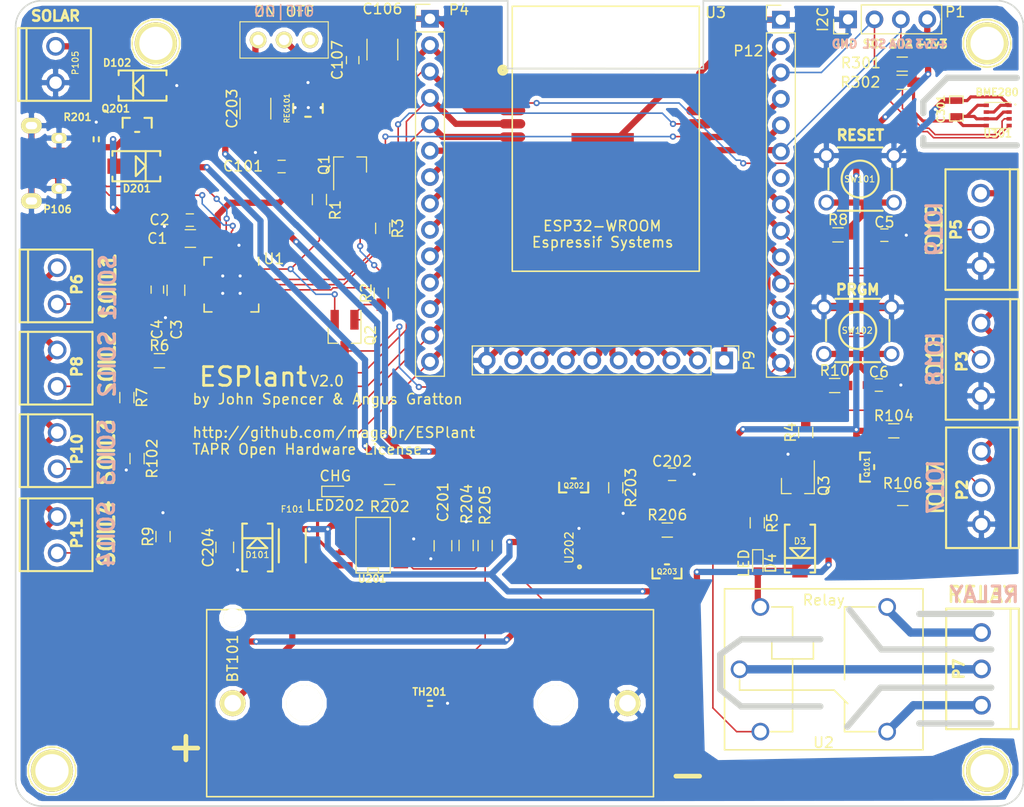
<source format=kicad_pcb>
(kicad_pcb (version 4) (host pcbnew 4.0.4-stable)
  (layers (0 F.Cu signal) (31 B.Cu signal) (34 B.Paste user) (35 F.Paste user) (36 B.SilkS user) (37 F.SilkS user) (38 B.Mask user) (39 F.Mask user) (44 Edge.Cuts user))
  (net 0 "")
  (net 1 /BAT+)
  (net 2 GND)
  (net 3 "Net-(C101-Pad1)")
  (net 4 +3V3)
  (net 5 /Power/VIN)
  (net 6 /Power/VBAT)
  (net 7 /Power/~CHRG)
  (net 8 /VCC_SENS)
  (net 9 /Power/SOLAR_IN)
  (net 10 /USB_D+)
  (net 11 /USB_D-)
  (net 12 "Net-(Q101-PadG)")
  (net 13 /Power/GIN)
  (net 14 /Power/GBAT)
  (net 15 "Net-(R204-Pad1)")
  (net 16 /VSWITCHED)
  (net 17 "Net-(R205-Pad2)")
  (net 18 "Net-(C5-Pad1)")
  (net 19 "Net-(C6-Pad1)")
  (net 20 /VOUT)
  (net 21 "Net-(D3-PadA)")
  (net 22 "Net-(D4-Pad1)")
  (net 23 /USB_VCC)
  (net 24 "Net-(LED202-Pad2)")
  (net 25 /I2C_SCL)
  (net 26 /I2C_SDA)
  (net 27 /IO17)
  (net 28 /IO18)
  (net 29 /EN)
  (net 30 /SOIL1)
  (net 31 /SOIL2)
  (net 32 /IO34)
  (net 33 /IO35)
  (net 34 /IO32)
  (net 35 /IO33)
  (net 36 /IO25)
  (net 37 /IO26)
  (net 38 /IO27)
  (net 39 /IO14)
  (net 40 /IO12)
  (net 41 /IO19)
  (net 42 "Net-(P7-Pad1)")
  (net 43 "Net-(P7-Pad2)")
  (net 44 "Net-(P7-Pad3)")
  (net 45 /IO2)
  (net 46 /IO15)
  (net 47 /SD1)
  (net 48 /SD0)
  (net 49 /CLK)
  (net 50 /CMD)
  (net 51 /SD3)
  (net 52 /SD2)
  (net 53 /IO13)
  (net 54 /IO23)
  (net 55 /RXD)
  (net 56 /TXD)
  (net 57 /IO5)
  (net 58 /IO16)
  (net 59 /IO4)
  (net 60 /IO0)
  (net 61 "Net-(P106-Pad4)")
  (net 62 "Net-(Q1-Pad1)")
  (net 63 /RTS)
  (net 64 "Net-(Q2-Pad1)")
  (net 65 /DTR)
  (net 66 "Net-(Q3-Pad1)")
  (net 67 "Net-(R3-Pad2)")
  (net 68 "Net-(SW104-Pad3)")
  (net 69 /DCD)
  (net 70 /RI)
  (net 71 "Net-(U1-Pad9)")
  (net 72 "Net-(U1-Pad10)")
  (net 73 /ACTIVE)
  (net 74 "Net-(U1-Pad12)")
  (net 75 "Net-(U1-Pad13)")
  (net 76 "Net-(U1-Pad14)")
  (net 77 "Net-(U1-Pad15)")
  (net 78 "Net-(U1-Pad16)")
  (net 79 "Net-(U1-Pad17)")
  (net 80 "Net-(U1-Pad18)")
  (net 81 "Net-(U1-Pad19)")
  (net 82 "Net-(U1-Pad20)")
  (net 83 "Net-(U1-Pad21)")
  (net 84 "Net-(U1-Pad22)")
  (net 85 /CTS)
  (net 86 /DSR)
  (net 87 "Net-(U3-Pad32)")
  (net 88 "Net-(U201-Pad6)")
  (net 89 "Net-(P12-Pad7)")
  (module freetronics_footprints:SCREWTERMINAL-3.5MM-3 (layer F.Cu) (at 234.89 82.52 90)
    (fp_text reference P5 (at 0 -2.37 90) (layer F.SilkS) (effects (font (thickness 0.25))))
    (fp_text value IO19 (at 0 -4.46 90) (layer F.SilkS) (effects (font (size 1.5 1.5) (thickness 0.25))))
    (pad 1 thru_hole oval (at -3.5 0 90) (size 1.79832 1.79832) (drill 1.19888) (layers *.Cu *.Mask) (net 2 GND))
    (pad 2 thru_hole oval (at -0.00242 0 90) (size 1.79832 1.79832) (drill 1.19888) (layers *.Cu *.Mask) (net 41 /IO19))
    (pad 3 thru_hole oval (at 3.4977 0 90) (size 1.79832 1.79832) (drill 1.19888) (layers *.Cu *.Mask) (net 8 /VCC_SENS))
  )
  (module freetronics_footprints:SW_PUSHBUTTON_PTH (layer F.Cu) (at 223.0488 92.2306)
    (fp_text reference SW102 (at -0.05 0) (layer F.SilkS) (effects (font (size 0.6 0.6) (thickness 0.1))))
    (fp_text value PRGM (at -0.0088 -3.9306 180) (layer F.SilkS) (effects (font (thickness 0.25))))
    (pad 1 thru_hole oval (at -3.2512 -2.2606) (size 1.524 1.524) (drill 1.016) (layers *.Cu *.Mask) (net 2 GND))
    (pad 1 thru_hole oval (at 3.2512 -2.2606) (size 1.524 1.524) (drill 1.016) (layers *.Cu *.Mask) (net 2 GND))
    (pad 2 thru_hole oval (at -3.2512 2.2606) (size 1.524 1.524) (drill 1.016) (layers *.Cu *.Mask) (net 19 "Net-(C6-Pad1)"))
    (pad 2 thru_hole oval (at 3.2512 2.2606) (size 1.524 1.524) (drill 1.016) (layers *.Cu *.Mask) (net 19 "Net-(C6-Pad1)"))
  )
  (module TO_SOT_Packages_SMD:SOT-23_Handsoldering (layer F.Cu) (at 174.19 76.29 90)
    (fp_text reference Q1 (at 0 -2.5 90) (layer F.SilkS))
    (fp_text value S8050)
    (pad 1 smd rect (at -1.5 -0.95 90) (size 1.9 0.8) (layers F.Cu F.Paste F.Mask) (net 62 "Net-(Q1-Pad1)"))
    (pad 2 smd rect (at -1.5 0.95 90) (size 1.9 0.8) (layers F.Cu F.Paste F.Mask) (net 63 /RTS))
    (pad 3 smd rect (at 1.5 0 90) (size 1.9 0.8) (layers F.Cu F.Paste F.Mask) (net 29 /EN))
  )
  (module Plant:BME280 (layer F.Cu) (at 236.52 71.535)
    (fp_text reference U301 (at 0 1.75) (layer F.SilkS) (effects (font (size 0.7 0.7))))
    (fp_text value BME280 (at -0.06 -2.225) (layer F.SilkS) (effects (font (size 0.7 0.7))))
    (pad 1 smd rect (at 1.1 -0.975) (size 0.5 0.35) (layers F.Cu F.Paste F.Mask) (net 2 GND))
    (pad 2 smd rect (at 1.1 -0.325) (size 0.5 0.35) (layers F.Cu F.Paste F.Mask) (net 4 +3V3))
    (pad 3 smd rect (at 1.1 0.325) (size 0.5 0.35) (layers F.Cu F.Paste F.Mask) (net 26 /I2C_SDA))
    (pad 4 smd rect (at 1.1 0.975) (size 0.5 0.35) (layers F.Cu F.Paste F.Mask) (net 25 /I2C_SCL))
    (pad 8 smd rect (at -1.1 -0.975) (size 0.5 0.35) (layers F.Cu F.Paste F.Mask) (net 4 +3V3))
    (pad 6 smd rect (at -1.1 0.325) (size 0.5 0.35) (layers F.Cu F.Paste F.Mask) (net 4 +3V3))
    (pad 7 smd rect (at -1.1 -0.325) (size 0.5 0.35) (layers F.Cu F.Paste F.Mask) (net 2 GND))
    (pad 5 smd rect (at -1.1 0.975) (size 0.5 0.35) (layers F.Cu F.Paste F.Mask) (net 4 +3V3))
  )
  (module FT:DIODE_SMA (layer F.Cu) (at 153.62 76.42)
    (fp_text reference D201 (at 0.05 2.15 180) (layer F.SilkS) (effects (font (size 0.7 0.7))))
    (fp_text value SS14 hide)
    (pad A smd rect (at -2.14884 0) (size 1.27 1.47066) (layers F.Cu F.Paste F.Mask) (net 23 /USB_VCC))
    (pad K smd rect (at 2.14884 0) (size 1.27 1.47066) (layers F.Cu F.Paste F.Mask) (net 5 /Power/VIN))
  )
  (module FT:SOT23_FET (layer F.Cu) (at 153.7 72.47)
    (fp_text reference Q201 (at -2.06 -1.59 180) (layer F.SilkS) (effects (font (size 0.7 0.7))))
    (fp_text value FDN340P hide)
    (pad D smd rect (at 0 -1.09982) (size 0.8001 0.89916) (layers F.Cu F.Paste F.Mask) (net 9 /Power/SOLAR_IN))
    (pad G smd rect (at -0.94996 1.00076) (size 0.8001 0.89916) (layers F.Cu F.Paste F.Mask) (net 23 /USB_VCC))
    (pad S smd rect (at 0.94996 1.00076) (size 0.8001 0.89916) (layers F.Cu F.Paste F.Mask) (net 5 /Power/VIN))
  )
  (module Connect:1pin (layer F.Cu) (at 155.5 64.6)
    (fp_text reference MH101 hide)
    (fp_text value TEST_1P hide)
    (pad "" np_thru_hole circle (at 0 0) (size 4.064 4.064) (drill 3.2) (layers *.Cu *.Mask F.SilkS))
  )
  (module Connect:1pin (layer F.Cu) (at 145.5 134.6)
    (fp_text reference MH104 hide)
    (fp_text value TEST_1P hide)
    (pad "" np_thru_hole circle (at 0 0) (size 4.064 4.064) (drill 3.2) (layers *.Cu *.Mask F.SilkS))
  )
  (module Connect:1pin (layer F.Cu) (at 235.5 134.6)
    (fp_text reference MH103 hide)
    (fp_text value TEST_1P hide)
    (pad "" np_thru_hole circle (at 0 0) (size 4.064 4.064) (drill 3.2) (layers *.Cu *.Mask F.SilkS))
  )
  (module FT:USB-MICRO-5pin_PTHMOUNT (layer F.Cu) (at 146.1 76.14)
    (fp_text reference P106 (at -0.06556 4.43048 180) (layer F.SilkS) (effects (font (size 0.7 0.7))))
    (fp_text value USB_5PIN_SHELL hide)
    (pad SHLD thru_hole oval (at -2.57556 -3.62458) (size 1.99898 1.50114) (drill oval 1.09982 0.70104) (layers *.Cu *.Mask F.SilkS) (net 2 GND))
    (pad SHLD thru_hole oval (at -2.57556 3.62458) (size 1.99898 1.50114) (drill oval 1.09982 0.70104) (layers *.Cu *.Mask F.SilkS) (net 2 GND))
    (pad SHLD thru_hole oval (at 0.0762 -2.4257) (size 1.50114 1.00076) (drill 0.70104) (layers *.Cu *.Mask F.SilkS) (net 2 GND))
    (pad SHLD smd rect (at -2.57556 1.30048) (size 1.30048 1.00076) (layers F.Cu F.Paste F.Mask) (net 2 GND))
    (pad SHLD smd rect (at -2.57556 -1.30048) (size 1.30048 1.00076) (layers F.Cu F.Paste F.Mask) (net 2 GND))
    (pad 5 smd rect (at 0 1.30048) (size 1.34874 0.39878) (layers F.Cu F.Paste F.Mask) (net 2 GND))
    (pad 3 smd rect (at 0 0) (size 1.34874 0.39878) (layers F.Cu F.Paste F.Mask) (net 10 /USB_D+))
    (pad 4 smd rect (at 0 0.65024) (size 1.34874 0.39878) (layers F.Cu F.Paste F.Mask) (net 61 "Net-(P106-Pad4)"))
    (pad 2 smd rect (at 0 -0.65024) (size 1.34874 0.39878) (layers F.Cu F.Paste F.Mask) (net 11 /USB_D-))
    (pad SHLD thru_hole oval (at 0.0762 2.4257) (size 1.50114 1.00076) (drill 0.70104) (layers *.Cu *.Mask F.SilkS) (net 2 GND))
    (pad 1 smd rect (at 0 -1.30048) (size 1.34874 0.39878) (layers F.Cu F.Paste F.Mask) (net 23 /USB_VCC))
  )
  (module Connect:1pin (layer F.Cu) (at 235.5 64.6)
    (fp_text reference MH102 hide)
    (fp_text value TEST_1P hide)
    (pad "" np_thru_hole circle (at 0 0) (size 4.064 4.064) (drill 3.2) (layers *.Cu *.Mask F.SilkS))
  )
  (module FT:DIODE_SMA (layer F.Cu) (at 154.22 68.66 180)
    (fp_text reference D102 (at 2.45 2.19 180) (layer F.SilkS) (effects (font (size 0.7 0.7))))
    (fp_text value SS14 hide)
    (pad A smd rect (at -2.14884 0 180) (size 1.27 1.47066) (layers F.Cu F.Paste F.Mask) (net 2 GND))
    (pad K smd rect (at 2.14884 0 180) (size 1.27 1.47066) (layers F.Cu F.Paste F.Mask) (net 9 /Power/SOLAR_IN))
  )
  (module Plant:CR123_Holder (layer F.Cu) (at 181.89 128.1)
    (fp_text reference BT101 (at -19 -4.3 90) (layer F.SilkS))
    (fp_text value Battery)
    (fp_text user + (at -23.5 4.1) (layer F.SilkS) (effects (font (size 3 3) (thickness 0.45))))
    (fp_text user - (at 24.8 6.8) (layer F.SilkS) (effects (font (size 3 3) (thickness 0.45))))
    (pad "" np_thru_hole circle (at -12.1 0) (size 3.5 3.5) (drill 3.5) (layers *.Cu *.Mask F.SilkS))
    (pad "" np_thru_hole circle (at 12.1 0) (size 3.5 3.5) (drill 3.5) (layers *.Cu *.Mask F.SilkS))
    (pad 2 thru_hole circle (at 19 0) (size 2.5 2.5) (drill 1.6) (layers *.Cu *.Mask F.SilkS) (net 2 GND))
    (pad 1 thru_hole circle (at -19 0) (size 2.5 2.5) (drill 1.6) (layers *.Cu *.Mask F.SilkS) (net 1 /BAT+))
    (pad "" np_thru_hole circle (at -19 -8.2) (size 1.8 1.8) (drill 1.8) (layers *.Cu *.Mask F.SilkS))
  )
  (module FT:0603_CAP (layer F.Cu) (at 232.54 70.86916 90)
    (fp_text reference C301 (at -0.04084 -1.48 90) (layer F.SilkS) (effects (font (size 0.7 0.7))))
    (fp_text value 1uF hide)
    (pad 1 smd rect (at -0.762 0 90) (size 0.635 1.143) (layers F.Cu F.Paste F.Mask) (net 4 +3V3))
    (pad 2 smd rect (at 0.762 0 90) (size 0.635 1.143) (layers F.Cu F.Paste F.Mask) (net 2 GND))
  )
  (module FT:0603 (layer F.Cu) (at 149.76 73.83 90)
    (fp_text reference R201 (at 2.13 -1.8 180) (layer F.SilkS) (effects (font (size 0.7 0.7))))
    (fp_text value 1K hide)
    (pad 1 smd rect (at -0.762 0 90) (size 0.762 0.762) (layers F.Cu F.Paste F.Mask) (net 23 /USB_VCC))
    (pad 2 smd rect (at 0.762 0 90) (size 0.762 0.762) (layers F.Cu F.Paste F.Mask) (net 2 GND))
  )
  (module FT:0603 (layer F.Cu) (at 181.89 128.11)
    (fp_text reference TH201 (at -0.062 -1.1) (layer F.SilkS) (effects (font (size 0.7 0.7))))
    (fp_text value "10K NTC" hide)
    (pad 1 smd rect (at -0.762 0) (size 0.762 0.762) (layers F.Cu F.Paste F.Mask) (net 17 "Net-(R205-Pad2)"))
    (pad 2 smd rect (at 0.762 0) (size 0.762 0.762) (layers F.Cu F.Paste F.Mask) (net 2 GND))
  )
  (module Capacitors_SMD:C_0805_HandSoldering (layer F.Cu) (at 158.82 83.38 180)
    (fp_text reference C1 (at 3.18 0.01 180) (layer F.SilkS))
    (fp_text value 10uF)
    (pad 1 smd rect (at -1.25 0 180) (size 1.5 1.25) (layers F.Cu F.Paste F.Mask) (net 4 +3V3))
    (pad 2 smd rect (at 1.25 0 180) (size 1.5 1.25) (layers F.Cu F.Paste F.Mask) (net 2 GND))
  )
  (module Capacitors_SMD:C_0603_HandSoldering (layer F.Cu) (at 158.77 81.61 180)
    (fp_text reference C2 (at 2.92 0.03 180) (layer F.SilkS))
    (fp_text value 0.1uF)
    (pad 1 smd rect (at -0.95 0 180) (size 1.2 0.75) (layers F.Cu F.Paste F.Mask) (net 4 +3V3))
    (pad 2 smd rect (at 0.95 0 180) (size 1.2 0.75) (layers F.Cu F.Paste F.Mask) (net 2 GND))
  )
  (module Capacitors_SMD:C_0805_HandSoldering (layer F.Cu) (at 157.43 88.36 270)
    (fp_text reference C3 (at 3.79 -0.06 270) (layer F.SilkS))
    (fp_text value 10uF)
    (pad 1 smd rect (at -1.25 0 270) (size 1.5 1.25) (layers F.Cu F.Paste F.Mask) (net 23 /USB_VCC))
    (pad 2 smd rect (at 1.25 0 270) (size 1.5 1.25) (layers F.Cu F.Paste F.Mask) (net 2 GND))
  )
  (module Capacitors_SMD:C_0603_HandSoldering (layer F.Cu) (at 155.64 88.3 270)
    (fp_text reference C4 (at 3.82 0.02 270) (layer F.SilkS))
    (fp_text value 0.1uF)
    (pad 1 smd rect (at -0.95 0 270) (size 1.2 0.75) (layers F.Cu F.Paste F.Mask) (net 23 /USB_VCC))
    (pad 2 smd rect (at 0.95 0 270) (size 1.2 0.75) (layers F.Cu F.Paste F.Mask) (net 2 GND))
  )
  (module Capacitors_SMD:C_0603_HandSoldering (layer F.Cu) (at 225.61 83.06)
    (fp_text reference C5 (at 0 -1.25) (layer F.SilkS))
    (fp_text value 1uF)
    (pad 1 smd rect (at -0.95 0) (size 1.2 0.75) (layers F.Cu F.Paste F.Mask) (net 18 "Net-(C5-Pad1)"))
    (pad 2 smd rect (at 0.95 0) (size 1.2 0.75) (layers F.Cu F.Paste F.Mask) (net 2 GND))
  )
  (module Capacitors_SMD:C_0603_HandSoldering (layer F.Cu) (at 225.08 97.48)
    (fp_text reference C6 (at 0 -1.25) (layer F.SilkS))
    (fp_text value 1uF)
    (pad 1 smd rect (at -0.95 0) (size 1.2 0.75) (layers F.Cu F.Paste F.Mask) (net 19 "Net-(C6-Pad1)"))
    (pad 2 smd rect (at 0.95 0) (size 1.2 0.75) (layers F.Cu F.Paste F.Mask) (net 2 GND))
  )
  (module Capacitors_SMD:C_0603_HandSoldering (layer F.Cu) (at 167.6 76.45 180)
    (fp_text reference C101 (at 3.71 0.03 180) (layer F.SilkS))
    (fp_text value 100nF)
    (pad 1 smd rect (at -0.95 0 180) (size 1.2 0.75) (layers F.Cu F.Paste F.Mask) (net 3 "Net-(C101-Pad1)"))
    (pad 2 smd rect (at 0.95 0 180) (size 1.2 0.75) (layers F.Cu F.Paste F.Mask) (net 2 GND))
  )
  (module Capacitors_SMD:C_1210_HandSoldering (layer F.Cu) (at 177.3 65.2 90)
    (fp_text reference C106 (at 3.92 0 180) (layer F.SilkS))
    (fp_text value 100uF)
    (pad 1 smd rect (at -2 0 90) (size 2 2.5) (layers F.Cu F.Paste F.Mask) (net 4 +3V3))
    (pad 2 smd rect (at 2 0 90) (size 2 2.5) (layers F.Cu F.Paste F.Mask) (net 2 GND))
  )
  (module Capacitors_SMD:C_0603_HandSoldering (layer F.Cu) (at 174.44 66.21 90)
    (fp_text reference C107 (at 0 -1.48 270) (layer F.SilkS))
    (fp_text value 100nF)
    (pad 1 smd rect (at -0.95 0 90) (size 1.2 0.75) (layers F.Cu F.Paste F.Mask) (net 4 +3V3))
    (pad 2 smd rect (at 0.95 0 90) (size 1.2 0.75) (layers F.Cu F.Paste F.Mask) (net 2 GND))
  )
  (module Capacitors_SMD:C_0805_HandSoldering (layer F.Cu) (at 183.13 112.95 270)
    (fp_text reference C201 (at -4.19 0 270) (layer F.SilkS))
    (fp_text value 10uF)
    (pad 1 smd rect (at -1.25 0 270) (size 1.5 1.25) (layers F.Cu F.Paste F.Mask) (net 5 /Power/VIN))
    (pad 2 smd rect (at 1.25 0 270) (size 1.5 1.25) (layers F.Cu F.Paste F.Mask) (net 2 GND))
  )
  (module Capacitors_SMD:C_0603_HandSoldering (layer F.Cu) (at 205.18 106.07)
    (fp_text reference C202 (at 0 -1.25) (layer F.SilkS))
    (fp_text value 100nF)
    (pad 1 smd rect (at -0.95 0) (size 1.2 0.75) (layers F.Cu F.Paste F.Mask) (net 20 /VOUT))
    (pad 2 smd rect (at 0.95 0) (size 1.2 0.75) (layers F.Cu F.Paste F.Mask) (net 2 GND))
  )
  (module Capacitors_SMD:C_1210_HandSoldering (layer F.Cu) (at 165.08 70.88 90)
    (fp_text reference C203 (at 0 -2.25 90) (layer F.SilkS))
    (fp_text value "100uF 16V X5R" hide)
    (pad 1 smd rect (at -2 0 90) (size 2 2.5) (layers F.Cu F.Paste F.Mask) (net 2 GND))
    (pad 2 smd rect (at 2 0 90) (size 2 2.5) (layers F.Cu F.Paste F.Mask) (net 20 /VOUT))
  )
  (module Capacitors_SMD:C_0805_HandSoldering (layer F.Cu) (at 162.13 113.1 270)
    (fp_text reference C204 (at 0.02 1.6 270) (layer F.SilkS))
    (fp_text value 10uF)
    (pad 1 smd rect (at -1.25 0 270) (size 1.5 1.25) (layers F.Cu F.Paste F.Mask) (net 6 /Power/VBAT))
    (pad 2 smd rect (at 1.25 0 270) (size 1.5 1.25) (layers F.Cu F.Paste F.Mask) (net 2 GND))
  )
  (module freetronics_footprints:DIODE_SMA (layer F.Cu) (at 217.49 113.22 270)
    (fp_text reference D3 (at -0.71 0 360) (layer F.SilkS) (effects (font (size 0.6 0.6) (thickness 0.1))))
    (fp_text value SS14 hide)
    (pad A smd rect (at -2.14884 0 270) (size 1.27 1.47066) (layers F.Cu F.Paste F.Mask) (net 21 "Net-(D3-PadA)"))
    (pad K smd rect (at 2.14884 0 270) (size 1.27 1.47066) (layers F.Cu F.Paste F.Mask) (net 8 /VCC_SENS))
  )
  (module LEDs:LED_0603 (layer F.Cu) (at 213.43 114.63 270)
    (fp_text reference D4 (at 0 -1.25 270) (layer F.SilkS))
    (fp_text value LED (at 0 1.35 270) (layer F.SilkS))
    (pad 2 smd rect (at 0.8 0 90) (size 0.8 0.8) (layers F.Cu F.Paste F.Mask) (net 8 /VCC_SENS))
    (pad 1 smd rect (at -0.8 0 90) (size 0.8 0.8) (layers F.Cu F.Paste F.Mask) (net 22 "Net-(D4-Pad1)"))
  )
  (module freetronics_footprints:DIODE_SMA (layer F.Cu) (at 165.27 113.12 90)
    (fp_text reference D101 (at -0.7 0 180) (layer F.SilkS) (effects (font (size 0.6 0.6) (thickness 0.1))))
    (fp_text value SS14 hide)
    (pad A smd rect (at -2.14884 0 90) (size 1.27 1.47066) (layers F.Cu F.Paste F.Mask) (net 2 GND))
    (pad K smd rect (at 2.14884 0 90) (size 1.27 1.47066) (layers F.Cu F.Paste F.Mask) (net 6 /Power/VBAT))
  )
  (module freetronics_footprints:1210 (layer F.Cu) (at 168.63 112.95 90)
    (fp_text reference F101 (at 3.52 0.01 180) (layer F.SilkS) (effects (font (size 0.6 0.6) (thickness 0.1))))
    (fp_text value "1A PTC" hide)
    (pad 1 smd rect (at -1.59766 0 90) (size 1.19888 1.99898) (layers F.Cu F.Paste F.Mask) (net 1 /BAT+))
    (pad 2 smd rect (at 1.59766 0 90) (size 1.19888 1.99898) (layers F.Cu F.Paste F.Mask) (net 6 /Power/VBAT))
  )
  (module LEDs:LED_0603 (layer F.Cu) (at 172.77 107.72)
    (fp_text reference LED202 (at 0.01 1.35) (layer F.SilkS))
    (fp_text value CHG (at 0 -1.49) (layer F.SilkS))
    (pad 2 smd rect (at 0.8 0 180) (size 0.8 0.8) (layers F.Cu F.Paste F.Mask) (net 24 "Net-(LED202-Pad2)"))
    (pad 1 smd rect (at -0.8 0 180) (size 0.8 0.8) (layers F.Cu F.Paste F.Mask) (net 7 /Power/~CHRG))
  )
  (module Pin_Headers:Pin_Header_Straight_1x04_Pitch2.54mm (layer F.Cu) (at 222.12 62.29 90)
    (fp_text reference P1 (at 0.71 10.31 180) (layer F.SilkS))
    (fp_text value I2C (at 0 -2.44 270) (layer F.SilkS))
    (pad 1 thru_hole rect (at 0 0 90) (size 1.7 1.7) (drill 1) (layers *.Cu *.Mask) (net 2 GND))
    (pad 2 thru_hole oval (at 0 2.54 90) (size 1.7 1.7) (drill 1) (layers *.Cu *.Mask) (net 25 /I2C_SCL))
    (pad 3 thru_hole oval (at 0 5.08 90) (size 1.7 1.7) (drill 1) (layers *.Cu *.Mask) (net 26 /I2C_SDA))
    (pad 4 thru_hole oval (at 0 7.62 90) (size 1.7 1.7) (drill 1) (layers *.Cu *.Mask) (net 4 +3V3))
  )
  (module freetronics_footprints:SCREWTERMINAL-3.5MM-3 (layer F.Cu) (at 234.95 107.37 90)
    (fp_text reference P2 (at -0.2 -1.85 90) (layer F.SilkS) (effects (font (thickness 0.25))))
    (fp_text value IO17 (at 0 -4.38 90) (layer F.SilkS) (effects (font (size 1.5 1.5) (thickness 0.25))))
    (pad 1 thru_hole oval (at -3.5 0 90) (size 1.79832 1.79832) (drill 1.19888) (layers *.Cu *.Mask) (net 2 GND))
    (pad 2 thru_hole oval (at -0.00242 0 90) (size 1.79832 1.79832) (drill 1.19888) (layers *.Cu *.Mask) (net 27 /IO17))
    (pad 3 thru_hole oval (at 3.4977 0 90) (size 1.79832 1.79832) (drill 1.19888) (layers *.Cu *.Mask) (net 8 /VCC_SENS))
  )
  (module freetronics_footprints:SCREWTERMINAL-3.5MM-3 (layer F.Cu) (at 234.92 95.02 90)
    (fp_text reference P3 (at -0.2 -1.85 90) (layer F.SilkS) (effects (font (thickness 0.25))))
    (fp_text value IO18 (at 0 -4.43 90) (layer F.SilkS) (effects (font (size 1.5 1.5) (thickness 0.25))))
    (pad 1 thru_hole oval (at -3.5 0 90) (size 1.79832 1.79832) (drill 1.19888) (layers *.Cu *.Mask) (net 2 GND))
    (pad 2 thru_hole oval (at -0.00242 0 90) (size 1.79832 1.79832) (drill 1.19888) (layers *.Cu *.Mask) (net 28 /IO18))
    (pad 3 thru_hole oval (at 3.4977 0 90) (size 1.79832 1.79832) (drill 1.19888) (layers *.Cu *.Mask) (net 8 /VCC_SENS))
  )
  (module freetronics_footprints:SCREWTERMINAL-3.5MM-2 (layer F.Cu) (at 146 86.19 270)
    (fp_text reference P6 (at 1.6 -1.9 270) (layer F.SilkS) (effects (font (thickness 0.25))))
    (fp_text value SOIL1 (at 1.76 -4.88 270) (layer F.SilkS) (effects (font (size 1.5 1.5) (thickness 0.3))))
    (pad 1 thru_hole oval (at 0 0 270) (size 1.79832 1.79832) (drill 1.19888) (layers *.Cu *.Mask) (net 8 /VCC_SENS))
    (pad 2 thru_hole oval (at 3.49758 0 270) (size 1.79832 1.79832) (drill 1.19888) (layers *.Cu *.Mask) (net 30 /SOIL1))
  )
  (module freetronics_footprints:SCREWTERMINAL-3.5MM-3 (layer F.Cu) (at 234.96 124.8 90)
    (fp_text reference P7 (at -0.01 -2.18 270) (layer F.SilkS) (effects (font (thickness 0.25))))
    (fp_text value RELAY (at 7.15 0.03 180) (layer F.SilkS) (effects (font (size 1.5 1.5) (thickness 0.25))))
    (pad 1 thru_hole oval (at -3.5 0 90) (size 1.79832 1.79832) (drill 1.19888) (layers *.Cu *.Mask) (net 42 "Net-(P7-Pad1)"))
    (pad 2 thru_hole oval (at -0.00242 0 90) (size 1.79832 1.79832) (drill 1.19888) (layers *.Cu *.Mask) (net 43 "Net-(P7-Pad2)"))
    (pad 3 thru_hole oval (at 3.4977 0 90) (size 1.79832 1.79832) (drill 1.19888) (layers *.Cu *.Mask) (net 44 "Net-(P7-Pad3)"))
  )
  (module freetronics_footprints:SCREWTERMINAL-3.5MM-2 (layer F.Cu) (at 146 94.11 270)
    (fp_text reference P8 (at 1.6 -1.9 270) (layer F.SilkS) (effects (font (thickness 0.25))))
    (fp_text value SOIL2 (at 1.35 -4.83 270) (layer F.SilkS) (effects (font (size 1.5 1.5) (thickness 0.3))))
    (pad 1 thru_hole oval (at 0 0 270) (size 1.79832 1.79832) (drill 1.19888) (layers *.Cu *.Mask) (net 8 /VCC_SENS))
    (pad 2 thru_hole oval (at 3.49758 0 270) (size 1.79832 1.79832) (drill 1.19888) (layers *.Cu *.Mask) (net 31 /SOIL2))
  )
  (module Pin_Headers:Pin_Header_Straight_1x10_Pitch2.54mm (layer F.Cu) (at 210.2 95.11 270)
    (fp_text reference P9 (at 0 -2.39 270) (layer F.SilkS))
    (fp_text value CONN_01X10 hide)
    (pad 1 thru_hole rect (at 0 0 270) (size 1.7 1.7) (drill 1) (layers *.Cu *.Mask) (net 45 /IO2))
    (pad 2 thru_hole oval (at 0 2.54 270) (size 1.7 1.7) (drill 1) (layers *.Cu *.Mask) (net 46 /IO15))
    (pad 3 thru_hole oval (at 0 5.08 270) (size 1.7 1.7) (drill 1) (layers *.Cu *.Mask) (net 47 /SD1))
    (pad 4 thru_hole oval (at 0 7.62 270) (size 1.7 1.7) (drill 1) (layers *.Cu *.Mask) (net 48 /SD0))
    (pad 5 thru_hole oval (at 0 10.16 270) (size 1.7 1.7) (drill 1) (layers *.Cu *.Mask) (net 49 /CLK))
    (pad 6 thru_hole oval (at 0 12.7 270) (size 1.7 1.7) (drill 1) (layers *.Cu *.Mask) (net 50 /CMD))
    (pad 7 thru_hole oval (at 0 15.24 270) (size 1.7 1.7) (drill 1) (layers *.Cu *.Mask) (net 51 /SD3))
    (pad 8 thru_hole oval (at 0 17.78 270) (size 1.7 1.7) (drill 1) (layers *.Cu *.Mask) (net 52 /SD2))
    (pad 9 thru_hole oval (at 0 20.32 270) (size 1.7 1.7) (drill 1) (layers *.Cu *.Mask) (net 53 /IO13))
    (pad 10 thru_hole oval (at 0 22.86 270) (size 1.7 1.7) (drill 1) (layers *.Cu *.Mask) (net 2 GND))
  )
  (module freetronics_footprints:SCREWTERMINAL-3.5MM-2 (layer F.Cu) (at 146 102.05 270)
    (fp_text reference P10 (at 1.6 -1.9 270) (layer F.SilkS) (effects (font (thickness 0.25))))
    (fp_text value SOIL3 (at 1.91 -4.76 270) (layer F.SilkS) (effects (font (size 1.5 1.5) (thickness 0.3))))
    (pad 1 thru_hole oval (at 0 0 270) (size 1.79832 1.79832) (drill 1.19888) (layers *.Cu *.Mask) (net 8 /VCC_SENS))
    (pad 2 thru_hole oval (at 3.49758 0 270) (size 1.79832 1.79832) (drill 1.19888) (layers *.Cu *.Mask) (net 39 /IO14))
  )
  (module freetronics_footprints:SCREWTERMINAL-3.5MM-2 (layer F.Cu) (at 146 110.14 270)
    (fp_text reference P11 (at 1.6 -1.9 270) (layer F.SilkS) (effects (font (thickness 0.25))))
    (fp_text value SOIL4 (at 1.63 -4.76 270) (layer F.SilkS) (effects (font (size 1.5 1.5) (thickness 0.3))))
    (pad 1 thru_hole oval (at 0 0 270) (size 1.79832 1.79832) (drill 1.19888) (layers *.Cu *.Mask) (net 8 /VCC_SENS))
    (pad 2 thru_hole oval (at 3.49758 0 270) (size 1.79832 1.79832) (drill 1.19888) (layers *.Cu *.Mask) (net 40 /IO12))
  )
  (module freetronics_footprints:SCREWTERMINAL-3.5MM-2 (layer F.Cu) (at 145.85 64.88242 270)
    (fp_text reference P105 (at 1.6 -1.9 270) (layer F.SilkS) (effects (font (size 0.6 0.6) (thickness 0.1))))
    (fp_text value SOLAR (at -2.92242 0.01 360) (layer F.SilkS) (effects (font (thickness 0.25))))
    (pad 1 thru_hole oval (at 0 0 270) (size 1.79832 1.79832) (drill 1.19888) (layers *.Cu *.Mask) (net 9 /Power/SOLAR_IN))
    (pad 2 thru_hole oval (at 3.49758 0 270) (size 1.79832 1.79832) (drill 1.19888) (layers *.Cu *.Mask) (net 2 GND))
  )
  (module TO_SOT_Packages_SMD:SOT-23_Handsoldering (layer F.Cu) (at 173.66 92.7 270)
    (fp_text reference Q2 (at 0 -2.5 270) (layer F.SilkS))
    (fp_text value S8050)
    (pad 1 smd rect (at -1.5 -0.95 270) (size 1.9 0.8) (layers F.Cu F.Paste F.Mask) (net 64 "Net-(Q2-Pad1)"))
    (pad 2 smd rect (at -1.5 0.95 270) (size 1.9 0.8) (layers F.Cu F.Paste F.Mask) (net 65 /DTR))
    (pad 3 smd rect (at 1.5 0 270) (size 1.9 0.8) (layers F.Cu F.Paste F.Mask) (net 60 /IO0))
  )
  (module TO_SOT_Packages_SMD:SOT-23_Handsoldering (layer F.Cu) (at 217.29 107.17 270)
    (fp_text reference Q3 (at 0 -2.5 270) (layer F.SilkS))
    (fp_text value 2N7002)
    (pad 1 smd rect (at -1.5 -0.95 270) (size 1.9 0.8) (layers F.Cu F.Paste F.Mask) (net 66 "Net-(Q3-Pad1)"))
    (pad 2 smd rect (at -1.5 0.95 270) (size 1.9 0.8) (layers F.Cu F.Paste F.Mask) (net 2 GND))
    (pad 3 smd rect (at 1.5 0 270) (size 1.9 0.8) (layers F.Cu F.Paste F.Mask) (net 21 "Net-(D3-PadA)"))
  )
  (module freetronics_footprints:SOT23_FET (layer F.Cu) (at 223.98 105.38 90)
    (fp_text reference Q101 (at 0 -0.05 90) (layer F.SilkS) (effects (font (size 0.5 0.5) (thickness 0.1))))
    (fp_text value FDN340P hide)
    (pad D smd rect (at 0 -1.09982 90) (size 0.8001 0.89916) (layers F.Cu F.Paste F.Mask) (net 8 /VCC_SENS))
    (pad G smd rect (at -0.94996 1.00076 90) (size 0.8001 0.89916) (layers F.Cu F.Paste F.Mask) (net 12 "Net-(Q101-PadG)"))
    (pad S smd rect (at 0.94996 1.00076 90) (size 0.8001 0.89916) (layers F.Cu F.Paste F.Mask) (net 4 +3V3))
  )
  (module freetronics_footprints:SOT23_FET (layer F.Cu) (at 195.71 107.12 180)
    (fp_text reference Q202 (at 0 -0.05 180) (layer F.SilkS) (effects (font (size 0.5 0.5) (thickness 0.1))))
    (fp_text value FDN340P hide)
    (pad D smd rect (at 0 -1.09982 180) (size 0.8001 0.89916) (layers F.Cu F.Paste F.Mask) (net 5 /Power/VIN))
    (pad G smd rect (at -0.94996 1.00076 180) (size 0.8001 0.89916) (layers F.Cu F.Paste F.Mask) (net 13 /Power/GIN))
    (pad S smd rect (at 0.94996 1.00076 180) (size 0.8001 0.89916) (layers F.Cu F.Paste F.Mask) (net 20 /VOUT))
  )
  (module freetronics_footprints:SOT23_FET (layer F.Cu) (at 204.69 115.39018 180)
    (fp_text reference Q203 (at 0 -0.05 180) (layer F.SilkS) (effects (font (size 0.5 0.5) (thickness 0.1))))
    (fp_text value FDN340P hide)
    (pad D smd rect (at 0 -1.09982 180) (size 0.8001 0.89916) (layers F.Cu F.Paste F.Mask) (net 6 /Power/VBAT))
    (pad G smd rect (at -0.94996 1.00076 180) (size 0.8001 0.89916) (layers F.Cu F.Paste F.Mask) (net 14 /Power/GBAT))
    (pad S smd rect (at 0.94996 1.00076 180) (size 0.8001 0.89916) (layers F.Cu F.Paste F.Mask) (net 20 /VOUT))
  )
  (module Resistors_SMD:R_0603_HandSoldering (layer F.Cu) (at 171.24 79.63 270)
    (fp_text reference R1 (at 1.02 -1.53 270) (layer F.SilkS))
    (fp_text value 12K)
    (pad 1 smd rect (at -1.1 0 270) (size 1.2 0.9) (layers F.Cu F.Paste F.Mask) (net 62 "Net-(Q1-Pad1)"))
    (pad 2 smd rect (at 1.1 0 270) (size 1.2 0.9) (layers F.Cu F.Paste F.Mask) (net 65 /DTR))
  )
  (module Resistors_SMD:R_0603_HandSoldering (layer F.Cu) (at 177.19 88.64 90)
    (fp_text reference R2 (at 0 -1.45 90) (layer F.SilkS))
    (fp_text value 12K)
    (pad 1 smd rect (at -1.1 0 90) (size 1.2 0.9) (layers F.Cu F.Paste F.Mask) (net 64 "Net-(Q2-Pad1)"))
    (pad 2 smd rect (at 1.1 0 90) (size 1.2 0.9) (layers F.Cu F.Paste F.Mask) (net 63 /RTS))
  )
  (module Resistors_SMD:R_0603_HandSoldering (layer F.Cu) (at 177.33 82.4 270)
    (fp_text reference R3 (at 0 -1.45 270) (layer F.SilkS))
    (fp_text value 470R)
    (pad 1 smd rect (at -1.1 0 270) (size 1.2 0.9) (layers F.Cu F.Paste F.Mask) (net 56 /TXD))
    (pad 2 smd rect (at 1.1 0 270) (size 1.2 0.9) (layers F.Cu F.Paste F.Mask) (net 67 "Net-(R3-Pad2)"))
  )
  (module Resistors_SMD:R_0603_HandSoldering (layer F.Cu) (at 218.04 102.04 90)
    (fp_text reference R4 (at 0 -1.45 90) (layer F.SilkS))
    (fp_text value 1K)
    (pad 1 smd rect (at -1.1 0 90) (size 1.2 0.9) (layers F.Cu F.Paste F.Mask) (net 66 "Net-(Q3-Pad1)"))
    (pad 2 smd rect (at 1.1 0 90) (size 1.2 0.9) (layers F.Cu F.Paste F.Mask) (net 59 /IO4))
  )
  (module Resistors_SMD:R_0603_HandSoldering (layer F.Cu) (at 213.38 110.74 270)
    (fp_text reference R5 (at 0 -1.45 270) (layer F.SilkS))
    (fp_text value 1K)
    (pad 1 smd rect (at -1.1 0 270) (size 1.2 0.9) (layers F.Cu F.Paste F.Mask) (net 21 "Net-(D3-PadA)"))
    (pad 2 smd rect (at 1.1 0 270) (size 1.2 0.9) (layers F.Cu F.Paste F.Mask) (net 22 "Net-(D4-Pad1)"))
  )
  (module Resistors_SMD:R_0603_HandSoldering (layer F.Cu) (at 155.84 95.14)
    (fp_text reference R6 (at 0 -1.45) (layer F.SilkS))
    (fp_text value 100K)
    (pad 1 smd rect (at -1.1 0) (size 1.2 0.9) (layers F.Cu F.Paste F.Mask) (net 30 /SOIL1))
    (pad 2 smd rect (at 1.1 0) (size 1.2 0.9) (layers F.Cu F.Paste F.Mask) (net 2 GND))
  )
  (module Resistors_SMD:R_0603_HandSoldering (layer F.Cu) (at 152.71 98.69 270)
    (fp_text reference R7 (at 0 -1.45 270) (layer F.SilkS))
    (fp_text value 100K)
    (pad 1 smd rect (at -1.1 0 270) (size 1.2 0.9) (layers F.Cu F.Paste F.Mask) (net 31 /SOIL2))
    (pad 2 smd rect (at 1.1 0 270) (size 1.2 0.9) (layers F.Cu F.Paste F.Mask) (net 2 GND))
  )
  (module Resistors_SMD:R_0603_HandSoldering (layer F.Cu) (at 221.15 83.03)
    (fp_text reference R8 (at 0 -1.45) (layer F.SilkS))
    (fp_text value 470R)
    (pad 1 smd rect (at -1.1 0) (size 1.2 0.9) (layers F.Cu F.Paste F.Mask) (net 29 /EN))
    (pad 2 smd rect (at 1.1 0) (size 1.2 0.9) (layers F.Cu F.Paste F.Mask) (net 18 "Net-(C5-Pad1)"))
  )
  (module Resistors_SMD:R_0603_HandSoldering (layer F.Cu) (at 156.19 112.07 90)
    (fp_text reference R9 (at 0 -1.45 90) (layer F.SilkS))
    (fp_text value 100K)
    (pad 1 smd rect (at -1.1 0 90) (size 1.2 0.9) (layers F.Cu F.Paste F.Mask) (net 40 /IO12))
    (pad 2 smd rect (at 1.1 0 90) (size 1.2 0.9) (layers F.Cu F.Paste F.Mask) (net 2 GND))
  )
  (module Resistors_SMD:R_0603_HandSoldering (layer F.Cu) (at 220.83 97.53)
    (fp_text reference R10 (at 0 -1.45) (layer F.SilkS))
    (fp_text value 470R)
    (pad 1 smd rect (at -1.1 0) (size 1.2 0.9) (layers F.Cu F.Paste F.Mask) (net 60 /IO0))
    (pad 2 smd rect (at 1.1 0) (size 1.2 0.9) (layers F.Cu F.Paste F.Mask) (net 19 "Net-(C6-Pad1)"))
  )
  (module Resistors_SMD:R_0603_HandSoldering (layer F.Cu) (at 153.69 104.56 270)
    (fp_text reference R102 (at 0 -1.45 270) (layer F.SilkS))
    (fp_text value 100K)
    (pad 1 smd rect (at -1.1 0 270) (size 1.2 0.9) (layers F.Cu F.Paste F.Mask) (net 39 /IO14))
    (pad 2 smd rect (at 1.1 0 270) (size 1.2 0.9) (layers F.Cu F.Paste F.Mask) (net 2 GND))
  )
  (module Resistors_SMD:R_0603_HandSoldering (layer F.Cu) (at 226.52 101.89)
    (fp_text reference R104 (at 0 -1.45) (layer F.SilkS))
    (fp_text value 10K)
    (pad 1 smd rect (at -1.1 0) (size 1.2 0.9) (layers F.Cu F.Paste F.Mask) (net 4 +3V3))
    (pad 2 smd rect (at 1.1 0) (size 1.2 0.9) (layers F.Cu F.Paste F.Mask) (net 58 /IO16))
  )
  (module Resistors_SMD:R_0603_HandSoldering (layer F.Cu) (at 227.38 108.4)
    (fp_text reference R106 (at 0 -1.45) (layer F.SilkS))
    (fp_text value 1K)
    (pad 1 smd rect (at -1.1 0) (size 1.2 0.9) (layers F.Cu F.Paste F.Mask) (net 12 "Net-(Q101-PadG)"))
    (pad 2 smd rect (at 1.1 0) (size 1.2 0.9) (layers F.Cu F.Paste F.Mask) (net 58 /IO16))
  )
  (module Resistors_SMD:R_0603_HandSoldering (layer F.Cu) (at 199.76 107.37 270)
    (fp_text reference R203 (at 0 -1.45 270) (layer F.SilkS))
    (fp_text value 100K)
    (pad 1 smd rect (at -1.1 0 270) (size 1.2 0.9) (layers F.Cu F.Paste F.Mask) (net 13 /Power/GIN))
    (pad 2 smd rect (at 1.1 0 270) (size 1.2 0.9) (layers F.Cu F.Paste F.Mask) (net 2 GND))
  )
  (module Resistors_SMD:R_0603_HandSoldering (layer F.Cu) (at 185.36 112.92 90)
    (fp_text reference R204 (at 4 0.06 90) (layer F.SilkS))
    (fp_text value 3.6K)
    (pad 1 smd rect (at -1.1 0 90) (size 1.2 0.9) (layers F.Cu F.Paste F.Mask) (net 15 "Net-(R204-Pad1)"))
    (pad 2 smd rect (at 1.1 0 90) (size 1.2 0.9) (layers F.Cu F.Paste F.Mask) (net 2 GND))
  )
  (module Resistors_SMD:R_0603_HandSoldering (layer F.Cu) (at 187.19 112.94 270)
    (fp_text reference R205 (at -3.89 0.01 270) (layer F.SilkS))
    (fp_text value 7.15K)
    (pad 1 smd rect (at -1.1 0 270) (size 1.2 0.9) (layers F.Cu F.Paste F.Mask) (net 5 /Power/VIN))
    (pad 2 smd rect (at 1.1 0 270) (size 1.2 0.9) (layers F.Cu F.Paste F.Mask) (net 17 "Net-(R205-Pad2)"))
  )
  (module Resistors_SMD:R_0603_HandSoldering (layer F.Cu) (at 204.72 111.44)
    (fp_text reference R206 (at 0 -1.45) (layer F.SilkS))
    (fp_text value 100K)
    (pad 1 smd rect (at -1.1 0) (size 1.2 0.9) (layers F.Cu F.Paste F.Mask) (net 20 /VOUT))
    (pad 2 smd rect (at 1.1 0) (size 1.2 0.9) (layers F.Cu F.Paste F.Mask) (net 14 /Power/GBAT))
  )
  (module Resistors_SMD:R_0603_HandSoldering (layer F.Cu) (at 227.33 66.6 180)
    (fp_text reference R301 (at 3.98 0.12 180) (layer F.SilkS))
    (fp_text value 4.7K)
    (pad 1 smd rect (at -1.1 0 180) (size 1.2 0.9) (layers F.Cu F.Paste F.Mask) (net 4 +3V3))
    (pad 2 smd rect (at 1.1 0 180) (size 1.2 0.9) (layers F.Cu F.Paste F.Mask) (net 26 /I2C_SDA))
  )
  (module Resistors_SMD:R_0603_HandSoldering (layer F.Cu) (at 227.32 68.34 180)
    (fp_text reference R302 (at 4.02 0 180) (layer F.SilkS))
    (fp_text value 4.7K)
    (pad 1 smd rect (at -1.1 0 180) (size 1.2 0.9) (layers F.Cu F.Paste F.Mask) (net 4 +3V3))
    (pad 2 smd rect (at 1.1 0 180) (size 1.2 0.9) (layers F.Cu F.Paste F.Mask) (net 25 /I2C_SCL))
  )
  (module freetronics_footprints:SOT23-5 (layer F.Cu) (at 170.14 70.85 180)
    (fp_text reference REG101 (at 2.03 0.01 270) (layer F.SilkS) (effects (font (size 0.5 0.5) (thickness 0.1))))
    (fp_text value SPX3819M5-3.3 hide)
    (pad 1 smd rect (at -0.94996 1.29794 180) (size 0.54864 1.19888) (layers F.Cu F.Paste F.Mask) (net 16 /VSWITCHED))
    (pad 2 smd rect (at 0 1.29794 180) (size 0.54864 1.19888) (layers F.Cu F.Paste F.Mask) (net 2 GND))
    (pad 3 smd rect (at 0.94996 1.29794 180) (size 0.54864 1.19888) (layers F.Cu F.Paste F.Mask) (net 16 /VSWITCHED))
    (pad 4 smd rect (at 0.94996 -1.29794 180) (size 0.54864 1.19888) (layers F.Cu F.Paste F.Mask) (net 3 "Net-(C101-Pad1)"))
    (pad 5 smd rect (at -0.94996 -1.29794 180) (size 0.54864 1.19888) (layers F.Cu F.Paste F.Mask) (net 4 +3V3))
  )
  (module freetronics_footprints:SW_PUSHBUTTON_PTH (layer F.Cu) (at 223.2812 77.6606)
    (fp_text reference SW101 (at -0.05 0) (layer F.SilkS) (effects (font (size 0.6 0.6) (thickness 0.1))))
    (fp_text value RESET (at 0.0188 -4.2206 180) (layer F.SilkS) (effects (font (thickness 0.25))))
    (pad 1 thru_hole oval (at -3.2512 -2.2606) (size 1.524 1.524) (drill 1.016) (layers *.Cu *.Mask) (net 2 GND))
    (pad 1 thru_hole oval (at 3.2512 -2.2606) (size 1.524 1.524) (drill 1.016) (layers *.Cu *.Mask) (net 2 GND))
    (pad 2 thru_hole oval (at -3.2512 2.2606) (size 1.524 1.524) (drill 1.016) (layers *.Cu *.Mask) (net 18 "Net-(C5-Pad1)"))
    (pad 2 thru_hole oval (at 3.2512 2.2606) (size 1.524 1.524) (drill 1.016) (layers *.Cu *.Mask) (net 18 "Net-(C5-Pad1)"))
  )
  (module Housings_DFN_QFN:QFN-28-1EP_5x5mm_Pitch0.5mm (layer F.Cu) (at 162.77 87.82 270)
    (fp_text reference U1 (at -2.49 -4.09 360) (layer F.SilkS))
    (fp_text value CP2102)
    (pad 1 smd oval (at -2.45 -1.5 270) (size 0.85 0.3) (layers F.Cu F.Paste F.Mask) (net 69 /DCD))
    (pad 2 smd oval (at -2.45 -1 270) (size 0.85 0.3) (layers F.Cu F.Paste F.Mask) (net 70 /RI))
    (pad 3 smd oval (at -2.45 -0.5 270) (size 0.85 0.3) (layers F.Cu F.Paste F.Mask) (net 2 GND))
    (pad 4 smd oval (at -2.45 0 270) (size 0.85 0.3) (layers F.Cu F.Paste F.Mask) (net 10 /USB_D+))
    (pad 5 smd oval (at -2.45 0.5 270) (size 0.85 0.3) (layers F.Cu F.Paste F.Mask) (net 11 /USB_D-))
    (pad 6 smd oval (at -2.45 1 270) (size 0.85 0.3) (layers F.Cu F.Paste F.Mask) (net 4 +3V3))
    (pad 7 smd oval (at -2.45 1.5 270) (size 0.85 0.3) (layers F.Cu F.Paste F.Mask) (net 4 +3V3))
    (pad 8 smd oval (at -1.5 2.45) (size 0.85 0.3) (layers F.Cu F.Paste F.Mask) (net 23 /USB_VCC))
    (pad 9 smd oval (at -1 2.45) (size 0.85 0.3) (layers F.Cu F.Paste F.Mask) (net 71 "Net-(U1-Pad9)"))
    (pad 10 smd oval (at -0.5 2.45) (size 0.85 0.3) (layers F.Cu F.Paste F.Mask) (net 72 "Net-(U1-Pad10)"))
    (pad 11 smd oval (at 0 2.45) (size 0.85 0.3) (layers F.Cu F.Paste F.Mask) (net 73 /ACTIVE))
    (pad 12 smd oval (at 0.5 2.45) (size 0.85 0.3) (layers F.Cu F.Paste F.Mask) (net 74 "Net-(U1-Pad12)"))
    (pad 13 smd oval (at 1 2.45) (size 0.85 0.3) (layers F.Cu F.Paste F.Mask) (net 75 "Net-(U1-Pad13)"))
    (pad 14 smd oval (at 1.5 2.45) (size 0.85 0.3) (layers F.Cu F.Paste F.Mask) (net 76 "Net-(U1-Pad14)"))
    (pad 15 smd oval (at 2.45 1.5 270) (size 0.85 0.3) (layers F.Cu F.Paste F.Mask) (net 77 "Net-(U1-Pad15)"))
    (pad 16 smd oval (at 2.45 1 270) (size 0.85 0.3) (layers F.Cu F.Paste F.Mask) (net 78 "Net-(U1-Pad16)"))
    (pad 17 smd oval (at 2.45 0.5 270) (size 0.85 0.3) (layers F.Cu F.Paste F.Mask) (net 79 "Net-(U1-Pad17)"))
    (pad 18 smd oval (at 2.45 0 270) (size 0.85 0.3) (layers F.Cu F.Paste F.Mask) (net 80 "Net-(U1-Pad18)"))
    (pad 19 smd oval (at 2.45 -0.5 270) (size 0.85 0.3) (layers F.Cu F.Paste F.Mask) (net 81 "Net-(U1-Pad19)"))
    (pad 20 smd oval (at 2.45 -1 270) (size 0.85 0.3) (layers F.Cu F.Paste F.Mask) (net 82 "Net-(U1-Pad20)"))
    (pad 21 smd oval (at 2.45 -1.5 270) (size 0.85 0.3) (layers F.Cu F.Paste F.Mask) (net 83 "Net-(U1-Pad21)"))
    (pad 22 smd oval (at 1.5 -2.45) (size 0.85 0.3) (layers F.Cu F.Paste F.Mask) (net 84 "Net-(U1-Pad22)"))
    (pad 23 smd oval (at 1 -2.45) (size 0.85 0.3) (layers F.Cu F.Paste F.Mask) (net 85 /CTS))
    (pad 24 smd oval (at 0.5 -2.45) (size 0.85 0.3) (layers F.Cu F.Paste F.Mask) (net 63 /RTS))
    (pad 25 smd oval (at 0 -2.45) (size 0.85 0.3) (layers F.Cu F.Paste F.Mask) (net 55 /RXD))
    (pad 26 smd oval (at -0.5 -2.45) (size 0.85 0.3) (layers F.Cu F.Paste F.Mask) (net 67 "Net-(R3-Pad2)"))
    (pad 27 smd oval (at -1 -2.45) (size 0.85 0.3) (layers F.Cu F.Paste F.Mask) (net 86 /DSR))
    (pad 28 smd oval (at -1.5 -2.45) (size 0.85 0.3) (layers F.Cu F.Paste F.Mask) (net 65 /DTR))
    (pad 29 smd rect (at 0.8375 0.8375 270) (size 1.675 1.675) (layers F.Cu F.Paste F.Mask) (net 2 GND))
    (pad 29 smd rect (at 0.8375 -0.8375 270) (size 1.675 1.675) (layers F.Cu F.Paste F.Mask) (net 2 GND))
    (pad 29 smd rect (at -0.8375 0.8375 270) (size 1.675 1.675) (layers F.Cu F.Paste F.Mask) (net 2 GND))
    (pad 29 smd rect (at -0.8375 -0.8375 270) (size 1.675 1.675) (layers F.Cu F.Paste F.Mask) (net 2 GND))
  )
  (module ESP32-footprints-Lib:ESP32-WROOM (layer F.Cu) (at 198.8 73.78 180)
    (fp_text reference U3 (at -10.57 12.14 180) (layer F.SilkS))
    (fp_text value ESP32-WROOM hide)
    (fp_text user "Espressif Systems" (at 0.3 -9.96 360) (layer F.SilkS))
    (fp_text user ESP32-WROOM (at 0.34 -8.4 360) (layer F.SilkS))
    (pad 38 smd oval (at -9 5.25 180) (size 2.5 0.9) (layers F.Cu F.Paste F.Mask) (net 2 GND))
    (pad 37 smd oval (at -9 3.98 180) (size 2.5 0.9) (layers F.Cu F.Paste F.Mask) (net 54 /IO23))
    (pad 36 smd oval (at -9 2.71 180) (size 2.5 0.9) (layers F.Cu F.Paste F.Mask) (net 25 /I2C_SCL))
    (pad 35 smd oval (at -9 1.44 180) (size 2.5 0.9) (layers F.Cu F.Paste F.Mask) (net 55 /RXD))
    (pad 34 smd oval (at -9 0.17 180) (size 2.5 0.9) (layers F.Cu F.Paste F.Mask) (net 56 /TXD))
    (pad 33 smd oval (at -9 -1.1 180) (size 2.5 0.9) (layers F.Cu F.Paste F.Mask) (net 26 /I2C_SDA))
    (pad 32 smd oval (at -9 -2.37 180) (size 2.5 0.9) (layers F.Cu F.Paste F.Mask) (net 87 "Net-(U3-Pad32)"))
    (pad 31 smd oval (at -9 -3.64 180) (size 2.5 0.9) (layers F.Cu F.Paste F.Mask) (net 41 /IO19))
    (pad 30 smd oval (at -9 -4.91 180) (size 2.5 0.9) (layers F.Cu F.Paste F.Mask) (net 28 /IO18))
    (pad 29 smd oval (at -9 -6.18 180) (size 2.5 0.9) (layers F.Cu F.Paste F.Mask) (net 57 /IO5))
    (pad 28 smd oval (at -9 -7.45 180) (size 2.5 0.9) (layers F.Cu F.Paste F.Mask) (net 27 /IO17))
    (pad 27 smd oval (at -9 -8.72 180) (size 2.5 0.9) (layers F.Cu F.Paste F.Mask) (net 58 /IO16))
    (pad 26 smd oval (at -9 -9.99 180) (size 2.5 0.9) (layers F.Cu F.Paste F.Mask) (net 59 /IO4))
    (pad 25 smd oval (at -9 -11.26 180) (size 2.5 0.9) (layers F.Cu F.Paste F.Mask) (net 60 /IO0))
    (pad 24 smd oval (at -5.715 -12.75 180) (size 0.9 2.5) (layers F.Cu F.Paste F.Mask) (net 45 /IO2))
    (pad 23 smd oval (at -4.445 -12.75 180) (size 0.9 2.5) (layers F.Cu F.Paste F.Mask) (net 46 /IO15))
    (pad 22 smd oval (at -3.175 -12.75 180) (size 0.9 2.5) (layers F.Cu F.Paste F.Mask) (net 47 /SD1))
    (pad 21 smd oval (at -1.905 -12.75 180) (size 0.9 2.5) (layers F.Cu F.Paste F.Mask) (net 48 /SD0))
    (pad 20 smd oval (at -0.635 -12.75 180) (size 0.9 2.5) (layers F.Cu F.Paste F.Mask) (net 49 /CLK))
    (pad 19 smd oval (at 0.635 -12.75 180) (size 0.9 2.5) (layers F.Cu F.Paste F.Mask) (net 50 /CMD))
    (pad 18 smd oval (at 1.905 -12.75 180) (size 0.9 2.5) (layers F.Cu F.Paste F.Mask) (net 51 /SD3))
    (pad 17 smd oval (at 3.175 -12.75 180) (size 0.9 2.5) (layers F.Cu F.Paste F.Mask) (net 52 /SD2))
    (pad 16 smd oval (at 4.445 -12.75 180) (size 0.9 2.5) (layers F.Cu F.Paste F.Mask) (net 53 /IO13))
    (pad 15 smd oval (at 5.715 -12.75 180) (size 0.9 2.5) (layers F.Cu F.Paste F.Mask) (net 2 GND))
    (pad 14 smd oval (at 9 -11.26 180) (size 2.5 0.9) (layers F.Cu F.Paste F.Mask) (net 40 /IO12))
    (pad 13 smd oval (at 9 -9.99 180) (size 2.5 0.9) (layers F.Cu F.Paste F.Mask) (net 39 /IO14))
    (pad 12 smd oval (at 9 -8.72 180) (size 2.5 0.9) (layers F.Cu F.Paste F.Mask) (net 38 /IO27))
    (pad 11 smd oval (at 9 -7.45 180) (size 2.5 0.9) (layers F.Cu F.Paste F.Mask) (net 37 /IO26))
    (pad 10 smd oval (at 9 -6.18 180) (size 2.5 0.9) (layers F.Cu F.Paste F.Mask) (net 36 /IO25))
    (pad 9 smd oval (at 9 -4.91 180) (size 2.5 0.9) (layers F.Cu F.Paste F.Mask) (net 35 /IO33))
    (pad 8 smd oval (at 9 -3.64 180) (size 2.5 0.9) (layers F.Cu F.Paste F.Mask) (net 34 /IO32))
    (pad 7 smd oval (at 9 -2.37 180) (size 2.5 0.9) (layers F.Cu F.Paste F.Mask) (net 33 /IO35))
    (pad 6 smd oval (at 9 -1.1 180) (size 2.5 0.9) (layers F.Cu F.Paste F.Mask) (net 32 /IO34))
    (pad 5 smd oval (at 9 0.17 180) (size 2.5 0.9) (layers F.Cu F.Paste F.Mask) (net 31 /SOIL2))
    (pad 4 smd oval (at 9 1.44 180) (size 2.5 0.9) (layers F.Cu F.Paste F.Mask) (net 30 /SOIL1))
    (pad 3 smd oval (at 9 2.71 180) (size 2.5 0.9) (layers F.Cu F.Paste F.Mask) (net 29 /EN))
    (pad 2 smd oval (at 9 3.98 180) (size 2.5 0.9) (layers F.Cu F.Paste F.Mask) (net 4 +3V3))
    (pad 1 smd oval (at 9 5.25 180) (size 2.5 0.9) (layers F.Cu F.Paste F.Mask) (net 2 GND))
    (pad 39 smd rect (at 0.3 -2.45 180) (size 6 6) (layers F.Cu F.Paste F.Mask) (net 2 GND))
  )
  (module libs:CN3063_SOIC8_EP (layer F.Cu) (at 176.41 112.92 90)
    (fp_text reference U201 (at -3.2 -0.1 180) (layer F.SilkS) (effects (font (size 0.7 0.7))))
    (fp_text value CN3063 hide)
    (pad 8 smd rect (at -1.905 -2.667 90) (size 0.59944 1.39954) (layers F.Cu F.Paste F.Mask) (net 6 /Power/VBAT))
    (pad 1 smd rect (at -1.905 2.667 90) (size 0.59944 1.39954) (layers F.Cu F.Paste F.Mask) (net 17 "Net-(R205-Pad2)"))
    (pad 7 smd rect (at -0.635 -2.667 90) (size 0.59944 1.39954) (layers F.Cu F.Paste F.Mask) (net 7 /Power/~CHRG))
    (pad 6 smd rect (at 0.635 -2.667 90) (size 0.59944 1.39954) (layers F.Cu F.Paste F.Mask) (net 88 "Net-(U201-Pad6)"))
    (pad 5 smd rect (at 1.905 -2.667 90) (size 0.59944 1.39954) (layers F.Cu F.Paste F.Mask) (net 6 /Power/VBAT))
    (pad 2 smd rect (at -0.635 2.667 90) (size 0.59944 1.39954) (layers F.Cu F.Paste F.Mask) (net 15 "Net-(R204-Pad1)"))
    (pad 3 smd rect (at 0.635 2.667 90) (size 0.59944 1.39954) (layers F.Cu F.Paste F.Mask) (net 2 GND))
    (pad 4 smd rect (at 1.905 2.667 90) (size 0.59944 1.39954) (layers F.Cu F.Paste F.Mask) (net 5 /Power/VIN))
    (pad PAD smd rect (at 0 0 90) (size 3.3 2.4) (layers F.Cu F.Paste F.Mask) (net 2 GND))
  )
  (module freetronics_footprints:SO08_4mm (layer F.Cu) (at 195.28 113.18 90)
    (fp_text reference U202 (at 0.05 0 90) (layer F.SilkS) (effects (font (size 0.8 0.8) (thickness 0.125))))
    (fp_text value MCP6002 hide)
    (pad 2 smd rect (at -0.635 2.59842 90) (size 0.59944 2.19964) (layers F.Cu F.Paste F.Mask) (net 5 /Power/VIN))
    (pad 7 smd rect (at -0.635 -2.59842 90) (size 0.59944 2.19964) (layers F.Cu F.Paste F.Mask) (net 14 /Power/GBAT))
    (pad 1 smd rect (at -1.905 2.59842 90) (size 0.59944 2.19964) (layers F.Cu F.Paste F.Mask) (net 13 /Power/GIN))
    (pad 3 smd rect (at 0.635 2.59842 90) (size 0.59944 2.19964) (layers F.Cu F.Paste F.Mask) (net 6 /Power/VBAT))
    (pad 4 smd rect (at 1.905 2.59842 90) (size 0.59944 2.19964) (layers F.Cu F.Paste F.Mask) (net 2 GND))
    (pad 8 smd rect (at -1.905 -2.59842 90) (size 0.59944 2.19964) (layers F.Cu F.Paste F.Mask) (net 20 /VOUT))
    (pad 6 smd rect (at 0.635 -2.59842 90) (size 0.59944 2.19964) (layers F.Cu F.Paste F.Mask) (net 6 /Power/VBAT))
    (pad 5 smd rect (at 1.905 -2.59842 90) (size 0.59944 2.19964) (layers F.Cu F.Paste F.Mask) (net 5 /Power/VIN))
  )
  (module libs:SPDT_Songle_Relay (layer F.Cu) (at 219.78 124.84)
    (fp_text reference U2 (at -0.0225 7.054999) (layer F.SilkS))
    (fp_text value Relay (at 0 -6.665001) (layer F.SilkS))
    (pad 1 thru_hole circle (at -6.1 -6) (size 1.7 1.7) (drill 1.2) (layers *.Cu *.Mask) (net 8 /VCC_SENS))
    (pad 2 thru_hole circle (at -6.1 6) (size 1.7 1.7) (drill 1.2) (layers *.Cu *.Mask) (net 21 "Net-(D3-PadA)"))
    (pad 3 thru_hole circle (at -8.1 0) (size 1.7 1.7) (drill 1.2) (layers *.Cu *.Mask) (net 43 "Net-(P7-Pad2)"))
    (pad 4 thru_hole circle (at 6.1 -6) (size 1.7 1.7) (drill 1.2) (layers *.Cu *.Mask) (net 44 "Net-(P7-Pad3)"))
    (pad 5 thru_hole circle (at 6.1 6) (size 1.7 1.7) (drill 1.2) (layers *.Cu *.Mask) (net 42 "Net-(P7-Pad1)"))
  )
  (module Pin_Headers:Pin_Header_Straight_1x14_Pitch2.54mm (layer F.Cu) (at 181.88 62.23)
    (fp_text reference P4 (at 2.79 -0.86) (layer F.SilkS))
    (fp_text value CONN_01X14 hide)
    (pad 1 thru_hole rect (at 0 0) (size 1.7 1.7) (drill 1) (layers *.Cu *.Mask) (net 2 GND))
    (pad 2 thru_hole oval (at 0 2.54) (size 1.7 1.7) (drill 1) (layers *.Cu *.Mask) (net 4 +3V3))
    (pad 3 thru_hole oval (at 0 5.08) (size 1.7 1.7) (drill 1) (layers *.Cu *.Mask) (net 29 /EN))
    (pad 4 thru_hole oval (at 0 7.62) (size 1.7 1.7) (drill 1) (layers *.Cu *.Mask) (net 30 /SOIL1))
    (pad 5 thru_hole oval (at 0 10.16) (size 1.7 1.7) (drill 1) (layers *.Cu *.Mask) (net 31 /SOIL2))
    (pad 6 thru_hole oval (at 0 12.7) (size 1.7 1.7) (drill 1) (layers *.Cu *.Mask) (net 32 /IO34))
    (pad 7 thru_hole oval (at 0 15.24) (size 1.7 1.7) (drill 1) (layers *.Cu *.Mask) (net 33 /IO35))
    (pad 8 thru_hole oval (at 0 17.78) (size 1.7 1.7) (drill 1) (layers *.Cu *.Mask) (net 34 /IO32))
    (pad 9 thru_hole oval (at 0 20.32) (size 1.7 1.7) (drill 1) (layers *.Cu *.Mask) (net 35 /IO33))
    (pad 10 thru_hole oval (at 0 22.86) (size 1.7 1.7) (drill 1) (layers *.Cu *.Mask) (net 36 /IO25))
    (pad 11 thru_hole oval (at 0 25.4) (size 1.7 1.7) (drill 1) (layers *.Cu *.Mask) (net 37 /IO26))
    (pad 12 thru_hole oval (at 0 27.94) (size 1.7 1.7) (drill 1) (layers *.Cu *.Mask) (net 38 /IO27))
    (pad 13 thru_hole oval (at 0 30.48) (size 1.7 1.7) (drill 1) (layers *.Cu *.Mask) (net 39 /IO14))
    (pad 14 thru_hole oval (at 0 33.02) (size 1.7 1.7) (drill 1) (layers *.Cu *.Mask) (net 40 /IO12))
  )
  (module Pin_Headers:Pin_Header_Straight_1x14_Pitch2.54mm (layer F.Cu) (at 215.65 62.32)
    (fp_text reference P12 (at -3.12 3.01) (layer F.SilkS))
    (fp_text value CONN_01X14 hide)
    (pad 1 thru_hole rect (at 0 0) (size 1.7 1.7) (drill 1) (layers *.Cu *.Mask) (net 2 GND))
    (pad 2 thru_hole oval (at 0 2.54) (size 1.7 1.7) (drill 1) (layers *.Cu *.Mask) (net 54 /IO23))
    (pad 3 thru_hole oval (at 0 5.08) (size 1.7 1.7) (drill 1) (layers *.Cu *.Mask) (net 25 /I2C_SCL))
    (pad 4 thru_hole oval (at 0 7.62) (size 1.7 1.7) (drill 1) (layers *.Cu *.Mask) (net 55 /RXD))
    (pad 5 thru_hole oval (at 0 10.16) (size 1.7 1.7) (drill 1) (layers *.Cu *.Mask) (net 56 /TXD))
    (pad 6 thru_hole oval (at 0 12.7) (size 1.7 1.7) (drill 1) (layers *.Cu *.Mask) (net 26 /I2C_SDA))
    (pad 7 thru_hole oval (at 0 15.24) (size 1.7 1.7) (drill 1) (layers *.Cu *.Mask) (net 89 "Net-(P12-Pad7)"))
    (pad 8 thru_hole oval (at 0 17.78) (size 1.7 1.7) (drill 1) (layers *.Cu *.Mask) (net 41 /IO19))
    (pad 9 thru_hole oval (at 0 20.32) (size 1.7 1.7) (drill 1) (layers *.Cu *.Mask) (net 28 /IO18))
    (pad 10 thru_hole oval (at 0 22.86) (size 1.7 1.7) (drill 1) (layers *.Cu *.Mask) (net 57 /IO5))
    (pad 11 thru_hole oval (at 0 25.4) (size 1.7 1.7) (drill 1) (layers *.Cu *.Mask) (net 27 /IO17))
    (pad 12 thru_hole oval (at 0 27.94) (size 1.7 1.7) (drill 1) (layers *.Cu *.Mask) (net 58 /IO16))
    (pad 13 thru_hole oval (at 0 30.48) (size 1.7 1.7) (drill 1) (layers *.Cu *.Mask) (net 59 /IO4))
    (pad 14 thru_hole oval (at 0 33.02) (size 1.7 1.7) (drill 1) (layers *.Cu *.Mask) (net 60 /IO0))
  )
  (module libs:SS12D00 (layer F.Cu) (at 167.84 64.27)
    (fp_text reference SW104 hide)
    (fp_text value ON|OFF (at 0.00762 -2.75082) (layer F.SilkS))
    (pad 2 thru_hole circle (at 0 0) (size 1.6 1.6) (drill 1) (layers *.Cu *.Mask F.SilkS) (net 16 /VSWITCHED))
    (pad 1 thru_hole circle (at -2.5 0) (size 1.6 1.6) (drill 1) (layers *.Cu *.Mask F.SilkS) (net 20 /VOUT))
    (pad 3 thru_hole circle (at 2.5 0) (size 1.6 1.6) (drill 1) (layers *.Cu *.Mask F.SilkS) (net 68 "Net-(SW104-Pad3)"))
  )
  (module Resistors_SMD:R_0603_HandSoldering (layer F.Cu) (at 178 107.74 180)
    (fp_text reference R202 (at 0 -1.45 180) (layer F.SilkS))
    (fp_text value 1K)
    (pad 1 smd rect (at -1.1 0 180) (size 1.2 0.9) (layers F.Cu F.Paste F.Mask) (net 5 /Power/VIN))
    (pad 2 smd rect (at 1.1 0 180) (size 1.2 0.9) (layers F.Cu F.Paste F.Mask) (net 24 "Net-(LED202-Pad2)"))
  )
  (gr_text SOIL4 (at 150.74 111.85 90) (layer B.SilkS) (effects (font (size 1.5 1.5) (thickness 0.3)) (justify mirror)))
  (gr_text SOIL3 (at 150.77 103.97 90) (layer B.SilkS) (effects (font (size 1.5 1.5) (thickness 0.3)) (justify mirror)))
  (gr_text SOIL2 (at 150.82 95.46 90) (layer B.SilkS) (effects (font (size 1.5 1.5) (thickness 0.3)) (justify mirror)))
  (gr_text SOIL1 (at 150.86 88.1 90) (layer B.SilkS) (effects (font (size 1.5 1.5) (thickness 0.3)) (justify mirror)))
  (gr_text OFF|ON (at 167.84 61.51) (layer B.SilkS) (effects (font (size 1 1)) (justify mirror)))
  (gr_text RELAY (at 235.24 117.65) (layer B.SilkS) (effects (font (size 1.5 1.5) (thickness 0.3)) (justify mirror)))
  (gr_text IO17 (at 230.54 107.29 90) (layer B.SilkS) (effects (font (size 1.5 1.5) (thickness 0.3)) (justify mirror)))
  (gr_text IO18 (at 230.46 94.98 90) (layer B.SilkS) (effects (font (size 1.5 1.5) (thickness 0.3)) (justify mirror)))
  (gr_text IO19 (at 230.42 82.45 90) (layer B.SilkS) (effects (font (size 1.5 1.5) (thickness 0.3)) (justify mirror)))
  (gr_text +3v3 (at 230.16 64.66) (layer B.SilkS) (effects (font (size 0.8 0.8) (thickness 0.2)) (justify mirror)))
  (gr_text SDA (at 227.2 64.66) (layer B.SilkS) (effects (font (size 0.8 0.8) (thickness 0.2)) (justify mirror)))
  (gr_text SCL (at 224.66 64.66) (layer B.SilkS) (effects (font (size 0.8 0.8) (thickness 0.2)) (justify mirror)))
  (gr_text GND (at 221.78 64.66) (layer B.SilkS) (effects (font (size 0.8 0.8) (thickness 0.2)) (justify mirror)))
  (gr_text +3v3 (at 230.12 64.66) (layer F.SilkS) (effects (font (size 0.8 0.8) (thickness 0.2))))
  (gr_text SDA (at 227.2 64.66) (layer F.SilkS) (effects (font (size 0.8 0.8) (thickness 0.2))))
  (gr_text SCL (at 224.66 64.66) (layer F.SilkS) (effects (font (size 0.8 0.8) (thickness 0.2))))
  (gr_text GND (at 221.79 64.67) (layer F.SilkS) (effects (font (size 0.8 0.8) (thickness 0.2))))
  (gr_line (start 208.19 60.5) (end 236.5 60.5) (layer Edge.Cuts) (width 0.15))
  (gr_line (start 208.19 67.04) (end 208.19 60.5) (layer Edge.Cuts) (width 0.15))
  (gr_line (start 189.36 67.02) (end 208.19 67.04) (layer Edge.Cuts) (width 0.15))
  (gr_line (start 189.36 60.5) (end 189.36 67.01) (layer Edge.Cuts) (width 0.15))
  (gr_line (start 228.97 130.05) (end 235.9 130.05) (layer Edge.Cuts) (width 0.6))
  (gr_line (start 228.97 119.51) (end 235.9 119.51) (layer Edge.Cuts) (width 0.6))
  (gr_line (start 211.83 128.41) (end 219.45 128.41) (layer Edge.Cuts) (width 0.6))
  (gr_line (start 209.81 126.78) (end 211.83 128.41) (layer Edge.Cuts) (width 0.6))
  (gr_line (start 211.85 121.95) (end 219.45 121.95) (layer Edge.Cuts) (width 0.6))
  (gr_line (start 209.81 123.41) (end 211.85 121.95) (layer Edge.Cuts) (width 0.6))
  (gr_line (start 209.81 126.75) (end 209.81 123.41) (layer Edge.Cuts) (width 0.6))
  (gr_line (start 225.32 122.93) (end 222.24 119.08) (layer Edge.Cuts) (width 0.6))
  (gr_line (start 235.9 122.93) (end 225.32 122.93) (layer Edge.Cuts) (width 0.6))
  (gr_line (start 225.23 126.61) (end 222.05 130.36) (layer Edge.Cuts) (width 0.6))
  (gr_line (start 235.9 126.61) (end 225.23 126.61) (layer Edge.Cuts) (width 0.6))
  (gr_text "V2.0\n" (at 170.26 97.1) (layer F.SilkS) (effects (font (size 1 1)) (justify left)))
  (gr_text ESPlant (at 159.49 96.69) (layer F.SilkS) (effects (font (size 1.8 1.8) (thickness 0.275)) (justify left)))
  (gr_text "by John Spencer & Angus Gratton\n\nhttp://github.com/mage0r/ESPlant\nTAPR Open Hardware License" (at 158.93 101.25) (layer F.SilkS) (effects (font (size 1 1)) (justify left)))
  (gr_line (start 231.66 67.91) (end 238.36 67.91) (layer Edge.Cuts) (width 0.6))
  (gr_line (start 229.36 70.21) (end 229.36 71.31) (layer Edge.Cuts) (width 0.6))
  (gr_line (start 231.66 67.91) (end 229.36 70.21) (layer Edge.Cuts) (width 0.6))
  (gr_line (start 142 135.5) (end 142 63) (layer Edge.Cuts) (width 0.15))
  (gr_line (start 236.5 138) (end 144.5 138) (layer Edge.Cuts) (width 0.15))
  (gr_line (start 239 63) (end 239 135.5) (layer Edge.Cuts) (width 0.15))
  (gr_line (start 144.5 60.5) (end 189.36 60.5) (layer Edge.Cuts) (width 0.15))
  (gr_arc (start 144.5 135.5) (end 144.5 138) (angle 90) (layer Edge.Cuts) (width 0.15))
  (gr_arc (start 144.5 63) (end 142 63) (angle 90) (layer Edge.Cuts) (width 0.15))
  (gr_arc (start 236.5 63) (end 236.5 60.5) (angle 90) (layer Edge.Cuts) (width 0.15))
  (gr_arc (start 236.5 135.5) (end 239 135.5) (angle 90) (layer Edge.Cuts) (width 0.15))
  (gr_line (start 229.36 74.41) (end 229.36 73.71) (layer Edge.Cuts) (width 0.6))
  (gr_line (start 238.36 74.41) (end 229.36 74.41) (layer Edge.Cuts) (width 0.6))
  (segment (start 168.63 114.54766) (end 168.63 122.36) (width 0.6) (layer F.Cu) (net 1))
  (segment (start 168.63 122.36) (end 166.06 124.93) (width 0.6) (layer F.Cu) (net 1))
  (segment (start 166.06 124.93) (end 162.89 128.1) (width 0.6) (layer F.Cu) (net 1))
  (via (at 170.17 70.7815) (size 0.6) (drill 0.3) (layers F.Cu B.Cu) (net 2))
  (via (at 171.3985 70.7815) (size 0.6) (drill 0.3) (layers F.Cu B.Cu) (net 2))
  (via (at 168.8985 70.7815) (size 0.6) (drill 0.3) (layers F.Cu B.Cu) (net 2))
  (segment (start 170.17 70.7815) (end 168.8985 70.7815) (width 0.6) (layer F.Cu) (net 2))
  (segment (start 171.3985 70.7815) (end 170.17 70.7815) (width 0.6) (layer F.Cu) (net 2))
  (segment (start 170.14 69.55206) (end 170.14 70.7515) (width 0.6) (layer F.Cu) (net 2))
  (segment (start 170.14 70.7515) (end 170.17 70.7815) (width 0.6) (layer F.Cu) (net 2))
  (segment (start 199.76 108.47) (end 199.76 109.12) (width 0.6) (layer F.Cu) (net 2))
  (segment (start 199.76 109.12) (end 200.47 109.83) (width 0.6) (layer F.Cu) (net 2))
  (via (at 200.47 109.83) (size 0.6) (drill 0.3) (layers F.Cu B.Cu) (net 2))
  (segment (start 153.69 105.66) (end 152.65 105.66) (width 0.6) (layer F.Cu) (net 2))
  (via (at 152.65 105.66) (size 0.6) (drill 0.3) (layers F.Cu B.Cu) (net 2))
  (segment (start 156.19 110.97) (end 156.19 109.78) (width 0.6) (layer F.Cu) (net 2))
  (segment (start 156.19 109.78) (end 156.18 109.77) (width 0.6) (layer F.Cu) (net 2))
  (via (at 156.18 109.77) (size 0.6) (drill 0.3) (layers F.Cu B.Cu) (net 2))
  (segment (start 157.43 89.61) (end 157.43 89.99) (width 0.6) (layer F.Cu) (net 2))
  (segment (start 157.43 89.99) (end 156.42 91) (width 0.6) (layer F.Cu) (net 2))
  (segment (start 155.64 89.25) (end 155.64 90.22) (width 0.6) (layer F.Cu) (net 2))
  (segment (start 155.64 90.22) (end 156.42 91) (width 0.6) (layer F.Cu) (net 2))
  (via (at 156.42 91) (size 0.6) (drill 0.3) (layers F.Cu B.Cu) (net 2))
  (segment (start 219.7976 89.97) (end 226.3 89.97) (width 0.8) (layer F.Cu) (net 2))
  (segment (start 216.34 105.67) (end 216.34 104.14) (width 0.6) (layer F.Cu) (net 2))
  (via (at 216.34 104.14) (size 0.6) (drill 0.3) (layers F.Cu B.Cu) (net 2))
  (segment (start 229.4 72.6) (end 229.3324 72.6) (width 0.6) (layer B.Cu) (net 2))
  (segment (start 229.3324 72.6) (end 226.5324 75.4) (width 0.6) (layer B.Cu) (net 2))
  (segment (start 230.210001 71.789999) (end 229.4 72.6) (width 0.6) (layer B.Cu) (net 2))
  (segment (start 230.51 70.95) (end 230.210001 71.249999) (width 0.6) (layer B.Cu) (net 2))
  (segment (start 230.210001 71.249999) (end 230.210001 71.789999) (width 0.6) (layer B.Cu) (net 2))
  (segment (start 232.54 70.10716) (end 231.35284 70.10716) (width 0.6) (layer F.Cu) (net 2))
  (segment (start 231.35284 70.10716) (end 230.51 70.95) (width 0.6) (layer F.Cu) (net 2))
  (via (at 230.51 70.95) (size 0.6) (drill 0.3) (layers F.Cu B.Cu) (net 2))
  (segment (start 226.56 83.06) (end 227.72 83.06) (width 0.6) (layer F.Cu) (net 2))
  (via (at 227.72 83.06) (size 0.6) (drill 0.3) (layers F.Cu B.Cu) (net 2))
  (segment (start 226.03 97.48) (end 227.2 97.48) (width 0.6) (layer F.Cu) (net 2))
  (via (at 227.2 97.48) (size 0.6) (drill 0.3) (layers F.Cu B.Cu) (net 2))
  (segment (start 156.36884 68.66) (end 157.51 68.66) (width 0.6) (layer F.Cu) (net 2))
  (via (at 157.51 68.66) (size 0.6) (drill 0.3) (layers F.Cu B.Cu) (net 2))
  (segment (start 206.13 106.07) (end 207.31 106.07) (width 0.6) (layer F.Cu) (net 2))
  (via (at 207.31 106.07) (size 0.6) (drill 0.3) (layers F.Cu B.Cu) (net 2))
  (segment (start 182.652 128.11) (end 183.57 128.11) (width 0.15) (layer F.Cu) (net 2))
  (via (at 183.57 128.11) (size 0.6) (drill 0.3) (layers F.Cu B.Cu) (net 2))
  (segment (start 197.87842 111.275) (end 196.225 111.275) (width 0.6) (layer F.Cu) (net 2))
  (segment (start 196.225 111.275) (end 196.22 111.28) (width 0.6) (layer F.Cu) (net 2))
  (via (at 196.22 111.28) (size 0.6) (drill 0.3) (layers F.Cu B.Cu) (net 2))
  (segment (start 185.36 111.82) (end 185.36 110.64) (width 0.6) (layer F.Cu) (net 2))
  (via (at 185.36 110.64) (size 0.6) (drill 0.3) (layers F.Cu B.Cu) (net 2))
  (segment (start 183.13 114.2) (end 181.96 114.2) (width 0.6) (layer F.Cu) (net 2))
  (via (at 181.96 114.2) (size 0.6) (drill 0.3) (layers F.Cu B.Cu) (net 2))
  (segment (start 163.36 115.26884) (end 163.04884 115.26884) (width 0.6) (layer F.Cu) (net 2))
  (segment (start 165.27 115.26884) (end 163.36 115.26884) (width 0.6) (layer F.Cu) (net 2))
  (via (at 163.36 115.26884) (size 0.6) (drill 0.3) (layers F.Cu B.Cu) (net 2))
  (segment (start 163.04884 115.26884) (end 162.13 114.35) (width 0.6) (layer F.Cu) (net 2))
  (segment (start 179.077 112.285) (end 180.305 112.285) (width 0.6) (layer F.Cu) (net 2))
  (segment (start 180.305 112.285) (end 180.31 112.29) (width 0.6) (layer F.Cu) (net 2))
  (via (at 180.31 112.29) (size 0.6) (drill 0.3) (layers F.Cu B.Cu) (net 2))
  (segment (start 179.077 112.285) (end 177.045 112.285) (width 0.6) (layer F.Cu) (net 2))
  (segment (start 177.045 112.285) (end 176.41 112.92) (width 0.6) (layer F.Cu) (net 2))
  (segment (start 177.3 63.2) (end 176.5 63.2) (width 0.6) (layer F.Cu) (net 2))
  (segment (start 176.5 63.2) (end 174.44 65.26) (width 0.6) (layer F.Cu) (net 2))
  (segment (start 181.88 62.23) (end 178.27 62.23) (width 0.6) (layer F.Cu) (net 2))
  (segment (start 178.27 62.23) (end 177.3 63.2) (width 0.6) (layer F.Cu) (net 2))
  (segment (start 177.92 63.2) (end 177.01 63.2) (width 0.6) (layer F.Cu) (net 2))
  (segment (start 157.57 83.38) (end 157.49 83.38) (width 0.6) (layer F.Cu) (net 2))
  (segment (start 157.49 83.38) (end 156.32 82.21) (width 0.6) (layer F.Cu) (net 2))
  (segment (start 157.82 81.61) (end 156.92 81.61) (width 0.6) (layer F.Cu) (net 2))
  (segment (start 156.92 81.61) (end 156.32 82.21) (width 0.6) (layer F.Cu) (net 2))
  (via (at 156.32 82.21) (size 0.6) (drill 0.3) (layers F.Cu B.Cu) (net 2))
  (segment (start 146.1 77.44048) (end 146.1 78.4895) (width 0.6) (layer F.Cu) (net 2))
  (segment (start 146.1 78.4895) (end 146.1762 78.5657) (width 0.6) (layer F.Cu) (net 2))
  (segment (start 143.52444 77.44048) (end 143.52444 79.76458) (width 0.6) (layer F.Cu) (net 2))
  (segment (start 143.52444 74.83952) (end 143.52444 72.51542) (width 0.6) (layer F.Cu) (net 2))
  (segment (start 166.65 76.45) (end 166.43 76.45) (width 0.6) (layer F.Cu) (net 2))
  (segment (start 166.43 76.45) (end 165.08 75.1) (width 0.6) (layer F.Cu) (net 2))
  (segment (start 165.08 72.88) (end 165.08 75.1) (width 0.6) (layer F.Cu) (net 2))
  (via (at 165.08 75.1) (size 0.6) (drill 0.3) (layers F.Cu B.Cu) (net 2))
  (via (at 163.6075 88.6575) (size 0.6) (drill 0.3) (layers F.Cu B.Cu) (net 2))
  (via (at 161.9325 86.9825) (size 0.6) (drill 0.3) (layers F.Cu B.Cu) (net 2))
  (via (at 161.9325 88.6575) (size 0.6) (drill 0.3) (layers F.Cu B.Cu) (net 2))
  (via (at 163.6075 86.9825) (size 0.6) (drill 0.3) (layers F.Cu B.Cu) (net 2))
  (segment (start 163.27 85.37) (end 163.27 84.25785) (width 0.2) (layer F.Cu) (net 2))
  (segment (start 163.27 84.25785) (end 163.496346 84.031504) (width 0.2) (layer F.Cu) (net 2))
  (via (at 163.496346 84.031504) (size 0.6) (drill 0.3) (layers F.Cu B.Cu) (net 2))
  (segment (start 232.54 70.10716) (end 233.57284 70.10716) (width 0.3) (layer F.Cu) (net 2))
  (segment (start 236.81 69.75) (end 237.62 70.56) (width 0.3) (layer F.Cu) (net 2))
  (segment (start 233.93 69.75) (end 236.81 69.75) (width 0.3) (layer F.Cu) (net 2))
  (segment (start 233.57284 70.10716) (end 233.93 69.75) (width 0.3) (layer F.Cu) (net 2))
  (segment (start 235.42 71.21) (end 236.15 71.21) (width 0.3) (layer F.Cu) (net 2))
  (segment (start 236.8 70.56) (end 237.62 70.56) (width 0.3) (layer F.Cu) (net 2))
  (segment (start 236.15 71.21) (end 236.8 70.56) (width 0.3) (layer F.Cu) (net 2))
  (segment (start 207.8 68.53) (end 205.18 68.53) (width 0.6) (layer F.Cu) (net 2))
  (segment (start 205.18 68.53) (end 198.5 75.21) (width 0.6) (layer F.Cu) (net 2))
  (segment (start 198.5 75.21) (end 198.5 76.23) (width 0.6) (layer F.Cu) (net 2))
  (segment (start 193.085 86.53) (end 193.085 81.645) (width 0.6) (layer F.Cu) (net 2))
  (segment (start 193.085 81.645) (end 198.5 76.23) (width 0.6) (layer F.Cu) (net 2))
  (segment (start 198.5 74.3) (end 198.5 76.23) (width 0.6) (layer F.Cu) (net 2))
  (segment (start 149.76 73.068) (end 149.76 72.18) (width 0.6) (layer F.Cu) (net 2))
  (via (at 149.76 72.18) (size 0.6) (drill 0.3) (layers F.Cu B.Cu) (net 2))
  (segment (start 170.14 69.55206) (end 170.14 68.37) (width 0.6) (layer F.Cu) (net 2))
  (via (at 170.14 68.37) (size 0.6) (drill 0.3) (layers F.Cu B.Cu) (net 2))
  (segment (start 189.8 68.53) (end 189 68.53) (width 0.6) (layer F.Cu) (net 2))
  (segment (start 189 68.53) (end 182.7 62.23) (width 0.6) (layer F.Cu) (net 2))
  (segment (start 182.7 62.23) (end 181.88 62.23) (width 0.6) (layer F.Cu) (net 2))
  (segment (start 193.085 86.53) (end 193.085 89.365) (width 0.6) (layer F.Cu) (net 2))
  (segment (start 193.085 89.365) (end 187.34 95.11) (width 0.6) (layer F.Cu) (net 2))
  (segment (start 207.8 68.53) (end 207.8 67.48) (width 0.6) (layer F.Cu) (net 2))
  (segment (start 207.8 67.48) (end 212.96 62.32) (width 0.6) (layer F.Cu) (net 2))
  (segment (start 212.96 62.32) (end 214.2 62.32) (width 0.6) (layer F.Cu) (net 2))
  (segment (start 214.2 62.32) (end 215.65 62.32) (width 0.6) (layer F.Cu) (net 2))
  (segment (start 168.55 76.45) (end 168.55 72.78798) (width 0.6) (layer F.Cu) (net 3))
  (segment (start 168.55 72.78798) (end 169.19004 72.14794) (width 0.6) (layer F.Cu) (net 3))
  (segment (start 181.75 103.88) (end 209.87 103.88) (width 0.6) (layer F.Cu) (net 4))
  (segment (start 209.87 103.88) (end 212.01 101.74) (width 0.6) (layer F.Cu) (net 4))
  (segment (start 229.82 67.57) (end 229.82 65.63) (width 0.6) (layer F.Cu) (net 4))
  (segment (start 229.82 65.63) (end 229.74 65.55) (width 0.6) (layer F.Cu) (net 4))
  (segment (start 225.71 71.68) (end 229.82 67.57) (width 0.6) (layer B.Cu) (net 4))
  (via (at 229.82 67.57) (size 0.6) (drill 0.3) (layers F.Cu B.Cu) (net 4))
  (segment (start 229.74 65.55) (end 228.42 66.87) (width 0.6) (layer F.Cu) (net 4))
  (segment (start 228.42 66.87) (end 228.42 68.34) (width 0.6) (layer F.Cu) (net 4))
  (segment (start 225.42 101.89) (end 223.03 101.89) (width 0.6) (layer F.Cu) (net 4))
  (segment (start 223.03 101.89) (end 222.91 101.77) (width 0.6) (layer F.Cu) (net 4))
  (segment (start 222.91 77.36) (end 222.91 74.48) (width 0.6) (layer F.Cu) (net 4))
  (segment (start 222.91 74.48) (end 225.71 71.68) (width 0.6) (layer F.Cu) (net 4))
  (via (at 225.71 71.68) (size 0.6) (drill 0.3) (layers F.Cu B.Cu) (net 4))
  (segment (start 222.91 101.77) (end 222.91 78.88) (width 0.6) (layer B.Cu) (net 4))
  (segment (start 222.91 78.88) (end 222.91 77.36) (width 0.6) (layer B.Cu) (net 4))
  (via (at 222.91 77.36) (size 0.6) (drill 0.3) (layers F.Cu B.Cu) (net 4))
  (segment (start 222.91 101.77) (end 222.91 102.35928) (width 0.6) (layer F.Cu) (net 4))
  (segment (start 222.91 102.35928) (end 224.98076 104.43004) (width 0.6) (layer F.Cu) (net 4))
  (segment (start 212.01 101.74) (end 222.88 101.74) (width 0.6) (layer B.Cu) (net 4))
  (segment (start 222.88 101.74) (end 222.91 101.77) (width 0.6) (layer B.Cu) (net 4))
  (via (at 222.91 101.77) (size 0.6) (drill 0.3) (layers F.Cu B.Cu) (net 4))
  (via (at 212.01 101.74) (size 0.6) (drill 0.3) (layers F.Cu B.Cu) (net 4))
  (segment (start 169.01 83.69) (end 176.79999 91.47999) (width 0.6) (layer B.Cu) (net 4))
  (segment (start 176.79999 91.47999) (end 176.79999 102.660664) (width 0.6) (layer B.Cu) (net 4))
  (segment (start 176.79999 102.660664) (end 178.019326 103.88) (width 0.6) (layer B.Cu) (net 4))
  (segment (start 178.019326 103.88) (end 181.75 103.88) (width 0.6) (layer B.Cu) (net 4))
  (via (at 181.75 103.88) (size 0.6) (drill 0.3) (layers F.Cu B.Cu) (net 4))
  (segment (start 165.45 79.94) (end 162.63 79.94) (width 0.6) (layer F.Cu) (net 4))
  (segment (start 167.39 79.94) (end 165.45 79.94) (width 0.6) (layer F.Cu) (net 4))
  (segment (start 165.45 79.94) (end 165.45 80.13) (width 0.6) (layer F.Cu) (net 4))
  (segment (start 165.45 80.13) (end 169.01 83.69) (width 0.6) (layer F.Cu) (net 4))
  (via (at 169.01 83.69) (size 0.6) (drill 0.3) (layers F.Cu B.Cu) (net 4))
  (segment (start 229.74 65.55) (end 229.74 62.29) (width 0.6) (layer F.Cu) (net 4))
  (segment (start 162.63 79.94) (end 161.45 81.12) (width 0.6) (layer F.Cu) (net 4))
  (segment (start 171.08996 76.24004) (end 167.39 79.94) (width 0.6) (layer F.Cu) (net 4))
  (segment (start 171.08996 73.28004) (end 171.08996 76.24004) (width 0.6) (layer F.Cu) (net 4))
  (segment (start 177.3 67.2) (end 179.45 67.2) (width 0.6) (layer F.Cu) (net 4))
  (segment (start 179.45 67.2) (end 181.88 64.77) (width 0.6) (layer F.Cu) (net 4))
  (segment (start 174.44 67.16) (end 177.26 67.16) (width 0.6) (layer F.Cu) (net 4))
  (segment (start 177.26 67.16) (end 177.3 67.2) (width 0.6) (layer F.Cu) (net 4))
  (segment (start 171.08996 72.14794) (end 171.96428 72.14794) (width 0.6) (layer F.Cu) (net 4))
  (segment (start 171.96428 72.14794) (end 174.44 69.67222) (width 0.6) (layer F.Cu) (net 4))
  (segment (start 174.44 69.67222) (end 174.44 68.36) (width 0.6) (layer F.Cu) (net 4))
  (segment (start 174.44 68.36) (end 174.44 67.16) (width 0.6) (layer F.Cu) (net 4))
  (segment (start 161.45 83.34) (end 161.45 81.61) (width 0.6) (layer F.Cu) (net 4))
  (segment (start 161.45 81.61) (end 161.45 81.12) (width 0.6) (layer F.Cu) (net 4))
  (segment (start 159.72 81.61) (end 161.45 81.61) (width 0.6) (layer F.Cu) (net 4))
  (segment (start 161.45 84.39) (end 161.45 83.34) (width 0.6) (layer F.Cu) (net 4))
  (segment (start 160.07 83.38) (end 161.42 83.38) (width 0.6) (layer F.Cu) (net 4))
  (segment (start 161.42 83.38) (end 161.45 83.35) (width 0.6) (layer F.Cu) (net 4))
  (segment (start 161.45 83.35) (end 161.45 83.34) (width 0.6) (layer F.Cu) (net 4))
  (segment (start 161.77 85.37) (end 161.45 85.37) (width 0.2) (layer F.Cu) (net 4))
  (segment (start 161.45 84.39) (end 161.45 84.814264) (width 0.6) (layer F.Cu) (net 4))
  (segment (start 161.45 84.814264) (end 161.45 85.37) (width 0.6) (layer F.Cu) (net 4))
  (segment (start 171.08996 72.14794) (end 171.08996 73.28004) (width 0.6) (layer F.Cu) (net 4))
  (segment (start 171.08996 73.28004) (end 171.08 73.29) (width 0.6) (layer F.Cu) (net 4))
  (segment (start 228.42 68.34) (end 228.42 71.17) (width 0.3) (layer F.Cu) (net 4))
  (segment (start 232.10116 72.07) (end 232.54 71.63116) (width 0.3) (layer F.Cu) (net 4))
  (segment (start 229.32 72.07) (end 232.10116 72.07) (width 0.3) (layer F.Cu) (net 4))
  (segment (start 228.42 71.17) (end 229.32 72.07) (width 0.3) (layer F.Cu) (net 4))
  (segment (start 232.54 71.63116) (end 233.51884 71.63116) (width 0.3) (layer F.Cu) (net 4))
  (segment (start 233.51884 71.63116) (end 234.59 70.56) (width 0.3) (layer F.Cu) (net 4))
  (segment (start 234.59 70.56) (end 235.42 70.56) (width 0.3) (layer F.Cu) (net 4))
  (segment (start 232.54 71.63116) (end 232.54 71.86) (width 0.3) (layer F.Cu) (net 4))
  (segment (start 232.54 71.86) (end 233.19 72.51) (width 0.3) (layer F.Cu) (net 4))
  (segment (start 233.19 72.51) (end 235.42 72.51) (width 0.3) (layer F.Cu) (net 4))
  (segment (start 235.42 71.86) (end 236.42 71.86) (width 0.3) (layer F.Cu) (net 4))
  (segment (start 237.07 71.21) (end 237.62 71.21) (width 0.3) (layer F.Cu) (net 4))
  (segment (start 236.42 71.86) (end 237.07 71.21) (width 0.3) (layer F.Cu) (net 4))
  (segment (start 232.54 71.63116) (end 234.26116 71.63116) (width 0.3) (layer F.Cu) (net 4))
  (segment (start 234.26116 71.63116) (end 234.49 71.86) (width 0.3) (layer F.Cu) (net 4))
  (segment (start 234.49 71.86) (end 235.42 71.86) (width 0.3) (layer F.Cu) (net 4))
  (segment (start 189.8 69.8) (end 186.91 69.8) (width 0.6) (layer F.Cu) (net 4))
  (segment (start 186.91 69.8) (end 181.88 64.77) (width 0.6) (layer F.Cu) (net 4))
  (segment (start 232.74066 71.76832) (end 232.54 71.76832) (width 0.3) (layer F.Cu) (net 4))
  (segment (start 232.54 71.76832) (end 232.33934 71.76832) (width 0.3) (layer F.Cu) (net 4))
  (segment (start 192.98686 110.07) (end 195.71 110.07) (width 0.6) (layer F.Cu) (net 5))
  (segment (start 195.71 110.07) (end 198.882962 110.07) (width 0.6) (layer F.Cu) (net 5))
  (segment (start 195.71 108.21982) (end 195.71 109.2694) (width 0.6) (layer F.Cu) (net 5))
  (segment (start 195.71 109.2694) (end 195.71 110.07) (width 0.6) (layer F.Cu) (net 5))
  (segment (start 160.41 76.52) (end 155.86884 76.52) (width 0.6) (layer F.Cu) (net 5))
  (segment (start 155.86884 76.52) (end 155.76884 76.42) (width 0.6) (layer F.Cu) (net 5))
  (segment (start 165.57 81.68) (end 160.41 76.52) (width 0.6) (layer B.Cu) (net 5))
  (via (at 160.41 76.52) (size 0.6) (drill 0.3) (layers F.Cu B.Cu) (net 5))
  (segment (start 165.57 84.995156) (end 165.57 81.68) (width 0.6) (layer B.Cu) (net 5))
  (segment (start 175.63 103.33) (end 175.63 95.055156) (width 0.6) (layer B.Cu) (net 5))
  (segment (start 175.63 95.055156) (end 165.57 84.995156) (width 0.6) (layer B.Cu) (net 5))
  (segment (start 179.1 107.74) (end 179.1 106.8) (width 0.6) (layer F.Cu) (net 5))
  (segment (start 179.1 106.8) (end 175.63 103.33) (width 0.6) (layer F.Cu) (net 5))
  (via (at 175.63 103.33) (size 0.6) (drill 0.3) (layers F.Cu B.Cu) (net 5))
  (segment (start 199.64 110.827038) (end 199.64 112.85352) (width 0.6) (layer F.Cu) (net 5))
  (segment (start 199.64 112.85352) (end 198.67852 113.815) (width 0.6) (layer F.Cu) (net 5))
  (segment (start 198.67852 113.815) (end 197.87842 113.815) (width 0.6) (layer F.Cu) (net 5))
  (segment (start 198.882962 110.07) (end 199.64 110.827038) (width 0.6) (layer F.Cu) (net 5))
  (segment (start 192.68158 111.275) (end 192.68158 110.37528) (width 0.6) (layer F.Cu) (net 5))
  (segment (start 192.68158 110.37528) (end 192.98686 110.07) (width 0.6) (layer F.Cu) (net 5))
  (segment (start 187.19 111.84) (end 187.755 111.275) (width 0.6) (layer F.Cu) (net 5))
  (segment (start 187.755 111.275) (end 192.68158 111.275) (width 0.6) (layer F.Cu) (net 5))
  (segment (start 179.077 111.015) (end 180.51 111.015) (width 0.6) (layer F.Cu) (net 5))
  (segment (start 180.3 107.74) (end 180.51 107.95) (width 0.6) (layer F.Cu) (net 5))
  (segment (start 180.51 111.015) (end 182.445 111.015) (width 0.6) (layer F.Cu) (net 5))
  (segment (start 179.1 107.74) (end 180.3 107.74) (width 0.6) (layer F.Cu) (net 5))
  (segment (start 180.51 107.95) (end 180.51 111.015) (width 0.6) (layer F.Cu) (net 5))
  (segment (start 186.29 109.66) (end 187.19 110.56) (width 0.6) (layer F.Cu) (net 5))
  (segment (start 187.19 110.56) (end 187.19 111.84) (width 0.6) (layer F.Cu) (net 5))
  (segment (start 183.82 109.66) (end 186.29 109.66) (width 0.6) (layer F.Cu) (net 5))
  (segment (start 183.13 111.7) (end 183.13 110.35) (width 0.6) (layer F.Cu) (net 5))
  (segment (start 183.13 110.35) (end 183.82 109.66) (width 0.6) (layer F.Cu) (net 5))
  (segment (start 182.445 111.015) (end 183.13 111.7) (width 0.6) (layer F.Cu) (net 5))
  (segment (start 155.76884 76.42) (end 155.76884 74.58964) (width 0.6) (layer F.Cu) (net 5))
  (segment (start 155.76884 74.58964) (end 154.64996 73.47076) (width 0.6) (layer F.Cu) (net 5))
  (segment (start 202.33 117.34) (end 203.84 117.34) (width 0.6) (layer F.Cu) (net 6))
  (segment (start 203.84 117.34) (end 204.69 116.49) (width 0.6) (layer F.Cu) (net 6))
  (segment (start 189.39 117.34) (end 202.33 117.34) (width 0.6) (layer B.Cu) (net 6))
  (via (at 202.33 117.34) (size 0.6) (drill 0.3) (layers F.Cu B.Cu) (net 6))
  (segment (start 187.76 115.71) (end 189.39 117.34) (width 0.6) (layer B.Cu) (net 6))
  (segment (start 192.68158 112.545) (end 197.87842 112.545) (width 0.6) (layer F.Cu) (net 6))
  (segment (start 172.04 113.12) (end 174.63 115.71) (width 0.6) (layer B.Cu) (net 6))
  (segment (start 172.04 111.35) (end 172.04 111.774264) (width 0.6) (layer B.Cu) (net 6))
  (segment (start 172.04 111.774264) (end 172.04 113.12) (width 0.6) (layer B.Cu) (net 6))
  (segment (start 173.743 111.015) (end 172.375 111.015) (width 0.6) (layer F.Cu) (net 6))
  (segment (start 172.375 111.015) (end 172.04 111.35) (width 0.6) (layer F.Cu) (net 6))
  (segment (start 170.27 111.35) (end 172.04 111.35) (width 0.6) (layer B.Cu) (net 6))
  (via (at 172.04 111.35) (size 0.6) (drill 0.3) (layers F.Cu B.Cu) (net 6))
  (segment (start 189.52 112.59) (end 192.63658 112.59) (width 0.6) (layer F.Cu) (net 6))
  (segment (start 192.63658 112.59) (end 192.68158 112.545) (width 0.6) (layer F.Cu) (net 6))
  (segment (start 189.53 113.94) (end 189.53 112.6) (width 0.6) (layer B.Cu) (net 6))
  (segment (start 189.53 112.6) (end 189.52 112.59) (width 0.6) (layer B.Cu) (net 6))
  (via (at 189.52 112.59) (size 0.6) (drill 0.3) (layers F.Cu B.Cu) (net 6))
  (segment (start 187.76 115.71) (end 189.53 113.94) (width 0.6) (layer B.Cu) (net 6))
  (segment (start 174.63 115.71) (end 187.76 115.71) (width 0.6) (layer B.Cu) (net 6))
  (segment (start 168.63 111.35234) (end 170.26766 111.35234) (width 0.6) (layer F.Cu) (net 6))
  (segment (start 170.26766 111.35234) (end 170.27 111.35) (width 0.6) (layer F.Cu) (net 6))
  (via (at 170.27 111.35) (size 0.6) (drill 0.3) (layers F.Cu B.Cu) (net 6))
  (segment (start 170.48 114.61) (end 170.695 114.825) (width 0.6) (layer F.Cu) (net 6))
  (segment (start 170.695 114.825) (end 173.743 114.825) (width 0.6) (layer F.Cu) (net 6))
  (segment (start 170.48 113.988728) (end 170.48 114.61) (width 0.6) (layer F.Cu) (net 6))
  (segment (start 168.94822 112.87) (end 169.361272 112.87) (width 0.6) (layer F.Cu) (net 6))
  (segment (start 169.361272 112.87) (end 170.48 113.988728) (width 0.6) (layer F.Cu) (net 6))
  (segment (start 168.63 111.35234) (end 168.63 112.55178) (width 0.6) (layer F.Cu) (net 6))
  (segment (start 168.63 112.55178) (end 168.94822 112.87) (width 0.6) (layer F.Cu) (net 6))
  (segment (start 165.27 110.97116) (end 168.24882 110.97116) (width 0.6) (layer F.Cu) (net 6))
  (segment (start 168.24882 110.97116) (end 168.63 111.35234) (width 0.6) (layer F.Cu) (net 6))
  (segment (start 162.13 111.14) (end 162.29884 110.97116) (width 0.6) (layer F.Cu) (net 6))
  (segment (start 162.29884 110.97116) (end 165.27 110.97116) (width 0.6) (layer F.Cu) (net 6))
  (segment (start 162.13 111.85) (end 162.13 111.14) (width 0.6) (layer F.Cu) (net 6))
  (segment (start 162.13 111.85) (end 162.13 111.79) (width 0.3) (layer F.Cu) (net 6))
  (segment (start 171.06 112.29) (end 172.325 113.555) (width 0.3) (layer F.Cu) (net 7))
  (segment (start 172.325 113.555) (end 173.743 113.555) (width 0.3) (layer F.Cu) (net 7))
  (segment (start 171.06 107.93) (end 171.06 112.29) (width 0.3) (layer F.Cu) (net 7))
  (segment (start 171.97 107.72) (end 171.27 107.72) (width 0.3) (layer F.Cu) (net 7))
  (segment (start 171.27 107.72) (end 171.06 107.93) (width 0.3) (layer F.Cu) (net 7))
  (segment (start 213.43 115.43) (end 213.43 118.59) (width 0.6) (layer F.Cu) (net 8))
  (segment (start 213.43 118.59) (end 213.68 118.84) (width 0.6) (layer F.Cu) (net 8))
  (segment (start 217.49 115.36884) (end 213.49116 115.36884) (width 0.6) (layer F.Cu) (net 8))
  (segment (start 213.49116 115.36884) (end 213.43 115.43) (width 0.6) (layer F.Cu) (net 8))
  (segment (start 222.88018 110.07899) (end 220.24 112.71917) (width 0.6) (layer F.Cu) (net 8))
  (segment (start 220.24 112.71917) (end 217.59033 115.36884) (width 0.6) (layer F.Cu) (net 8))
  (segment (start 220.24 114.79) (end 220.24 112.71917) (width 0.6) (layer F.Cu) (net 8))
  (segment (start 207.57 115.47) (end 219.56 115.47) (width 0.6) (layer B.Cu) (net 8))
  (segment (start 219.56 115.47) (end 220.24 114.79) (width 0.6) (layer B.Cu) (net 8))
  (via (at 220.24 114.79) (size 0.6) (drill 0.3) (layers F.Cu B.Cu) (net 8))
  (segment (start 204.17 121.05) (end 207.57 117.65) (width 0.6) (layer F.Cu) (net 8))
  (segment (start 207.57 117.65) (end 207.57 115.47) (width 0.6) (layer F.Cu) (net 8))
  (via (at 207.57 115.47) (size 0.6) (drill 0.3) (layers F.Cu B.Cu) (net 8))
  (segment (start 190.21 121.05) (end 204.17 121.05) (width 0.6) (layer F.Cu) (net 8))
  (segment (start 189.27 121.99) (end 190.21 121.05) (width 0.6) (layer F.Cu) (net 8))
  (segment (start 165.16 122.17) (end 189.09 122.17) (width 0.6) (layer B.Cu) (net 8))
  (segment (start 189.09 122.17) (end 189.27 121.99) (width 0.6) (layer B.Cu) (net 8))
  (via (at 189.27 121.99) (size 0.6) (drill 0.3) (layers F.Cu B.Cu) (net 8))
  (segment (start 143.86 116.01) (end 150.02 122.17) (width 0.6) (layer F.Cu) (net 8))
  (segment (start 150.02 122.17) (end 165.16 122.17) (width 0.6) (layer F.Cu) (net 8))
  (via (at 165.16 122.17) (size 0.6) (drill 0.3) (layers F.Cu B.Cu) (net 8))
  (segment (start 143.86 112.29) (end 143.86 116.01) (width 0.6) (layer F.Cu) (net 8))
  (segment (start 145.100841 111.049159) (end 143.86 112.29) (width 0.6) (layer F.Cu) (net 8))
  (segment (start 146 110.14) (end 145.100841 111.039159) (width 0.6) (layer F.Cu) (net 8))
  (segment (start 145.100841 111.039159) (end 145.100841 111.049159) (width 0.6) (layer F.Cu) (net 8))
  (segment (start 146 94.11) (end 143.97 92.08) (width 0.6) (layer F.Cu) (net 8))
  (segment (start 143.97 92.08) (end 143.97 88.22) (width 0.6) (layer F.Cu) (net 8))
  (segment (start 143.97 88.22) (end 146 86.19) (width 0.6) (layer F.Cu) (net 8))
  (segment (start 146 102.05) (end 143.52 99.57) (width 0.6) (layer F.Cu) (net 8))
  (segment (start 143.52 99.57) (end 143.52 96.59) (width 0.6) (layer F.Cu) (net 8))
  (segment (start 143.52 96.59) (end 146 94.11) (width 0.6) (layer F.Cu) (net 8))
  (segment (start 146 110.14) (end 143.72 107.86) (width 0.6) (layer F.Cu) (net 8))
  (segment (start 143.72 107.86) (end 143.72 104.33) (width 0.6) (layer F.Cu) (net 8))
  (segment (start 143.72 104.33) (end 146 102.05) (width 0.6) (layer F.Cu) (net 8))
  (segment (start 234.89 79.0223) (end 236.81 79.0223) (width 0.6) (layer F.Cu) (net 8))
  (segment (start 236.81 79.0223) (end 237.9 80.1123) (width 0.6) (layer F.Cu) (net 8))
  (segment (start 237.9 80.1123) (end 237.9 88.5423) (width 0.6) (layer F.Cu) (net 8))
  (segment (start 237.9 88.5423) (end 234.92 91.5223) (width 0.6) (layer F.Cu) (net 8))
  (segment (start 234.95 103.8723) (end 238.05 100.7723) (width 0.6) (layer F.Cu) (net 8))
  (segment (start 238.05 100.7723) (end 238.05 94.6523) (width 0.6) (layer F.Cu) (net 8))
  (segment (start 238.05 94.6523) (end 235.819159 92.421459) (width 0.6) (layer F.Cu) (net 8))
  (segment (start 235.819159 92.421459) (end 234.92 91.5223) (width 0.6) (layer F.Cu) (net 8))
  (segment (start 222.88018 110.07899) (end 227.83899 110.07899) (width 0.6) (layer F.Cu) (net 8))
  (segment (start 227.83899 110.07899) (end 232.35 114.59) (width 0.6) (layer F.Cu) (net 8))
  (segment (start 232.35 114.59) (end 234.97 114.59) (width 0.6) (layer F.Cu) (net 8))
  (segment (start 234.97 114.59) (end 237.39 112.17) (width 0.6) (layer F.Cu) (net 8))
  (segment (start 237.39 106.3123) (end 234.95 103.8723) (width 0.6) (layer F.Cu) (net 8))
  (segment (start 237.39 112.17) (end 237.39 106.3123) (width 0.6) (layer F.Cu) (net 8))
  (segment (start 222.88018 105.38) (end 222.88018 110.07899) (width 0.6) (layer F.Cu) (net 8))
  (segment (start 217.59033 115.36884) (end 217.49 115.36884) (width 0.6) (layer F.Cu) (net 8))
  (segment (start 152.07116 68.66) (end 152.07116 69.74134) (width 0.6) (layer F.Cu) (net 9))
  (segment (start 152.07116 69.74134) (end 153.7 71.37018) (width 0.6) (layer F.Cu) (net 9))
  (segment (start 145.85 64.88242) (end 148.39391 64.88242) (width 0.6) (layer F.Cu) (net 9))
  (segment (start 148.39391 64.88242) (end 152.07116 68.55967) (width 0.6) (layer F.Cu) (net 9))
  (segment (start 152.07116 68.55967) (end 152.07116 68.66) (width 0.6) (layer F.Cu) (net 9))
  (segment (start 153.70116 71.36902) (end 153.7 71.37018) (width 0.6) (layer F.Cu) (net 9))
  (segment (start 162.895 82.160956) (end 162.895 82.58522) (width 0.15) (layer F.Cu) (net 10))
  (segment (start 162.77 82.71022) (end 162.77 84.2) (width 0.15) (layer F.Cu) (net 10))
  (segment (start 162.895 82.58522) (end 162.77 82.71022) (width 0.15) (layer F.Cu) (net 10))
  (segment (start 159.96 79.21) (end 159.96 80.035002) (width 0.15) (layer B.Cu) (net 10))
  (segment (start 159.96 80.035002) (end 162.01104 82.086042) (width 0.15) (layer B.Cu) (net 10))
  (segment (start 162.01104 82.086042) (end 162.820086 82.086042) (width 0.15) (layer B.Cu) (net 10))
  (segment (start 162.820086 82.086042) (end 162.895 82.160956) (width 0.15) (layer B.Cu) (net 10))
  (via (at 162.895 82.160956) (size 0.6) (drill 0.3) (layers F.Cu B.Cu) (net 10))
  (segment (start 151.014302 79.22) (end 159.95 79.22) (width 0.15) (layer F.Cu) (net 10))
  (segment (start 159.95 79.22) (end 159.96 79.21) (width 0.15) (layer F.Cu) (net 10))
  (via (at 159.96 79.21) (size 0.6) (drill 0.3) (layers F.Cu B.Cu) (net 10))
  (segment (start 162.77 84.014264) (end 162.77 84.2) (width 0.15) (layer F.Cu) (net 10))
  (segment (start 162.77 84.2) (end 162.77 85.37) (width 0.15) (layer F.Cu) (net 10))
  (segment (start 146.1 76.14) (end 147.934302 76.14) (width 0.15) (layer F.Cu) (net 10))
  (segment (start 147.934302 76.14) (end 151.014302 79.22) (width 0.15) (layer F.Cu) (net 10))
  (segment (start 162.311041 81.461041) (end 162.311041 81.036777) (width 0.15) (layer B.Cu) (net 11))
  (segment (start 162.311041 81.036777) (end 162.328098 81.01972) (width 0.15) (layer B.Cu) (net 11))
  (segment (start 162.328098 81.01972) (end 162.328098 80.548098) (width 0.15) (layer B.Cu) (net 11))
  (segment (start 162.27 85.37) (end 162.27 81.502082) (width 0.15) (layer F.Cu) (net 11))
  (segment (start 162.27 81.502082) (end 162.311041 81.461041) (width 0.15) (layer F.Cu) (net 11))
  (via (at 162.311041 81.461041) (size 0.6) (drill 0.3) (layers F.Cu B.Cu) (net 11))
  (segment (start 161.35 79.57) (end 162.328098 80.548098) (width 0.15) (layer B.Cu) (net 11))
  (segment (start 156.295 78.37) (end 160.15 78.37) (width 0.15) (layer F.Cu) (net 11))
  (segment (start 160.15 78.37) (end 161.35 79.57) (width 0.15) (layer F.Cu) (net 11))
  (via (at 161.35 79.57) (size 0.6) (drill 0.3) (layers F.Cu B.Cu) (net 11))
  (segment (start 162.27 84.27) (end 162.27 85.37) (width 0.15) (layer F.Cu) (net 11))
  (segment (start 150.73 78.37) (end 156.295 78.37) (width 0.15) (layer F.Cu) (net 11))
  (segment (start 147.84976 75.48976) (end 150.73 78.37) (width 0.15) (layer F.Cu) (net 11))
  (segment (start 146.1 75.48976) (end 147.84976 75.48976) (width 0.15) (layer F.Cu) (net 11))
  (segment (start 226.28 108.4) (end 225.53 108.4) (width 0.15) (layer F.Cu) (net 12))
  (segment (start 224.98076 106.88001) (end 224.98076 106.32996) (width 0.15) (layer F.Cu) (net 12))
  (segment (start 225.53 108.4) (end 224.98076 107.85076) (width 0.15) (layer F.Cu) (net 12))
  (segment (start 224.98076 107.85076) (end 224.98076 106.88001) (width 0.15) (layer F.Cu) (net 12))
  (segment (start 199.76 106.27) (end 196.81072 106.27) (width 0.15) (layer F.Cu) (net 13))
  (segment (start 196.81072 106.27) (end 196.65996 106.11924) (width 0.15) (layer F.Cu) (net 13))
  (segment (start 201.74 107.35) (end 200.66 106.27) (width 0.15) (layer F.Cu) (net 13))
  (segment (start 200.66 106.27) (end 199.76 106.27) (width 0.15) (layer F.Cu) (net 13))
  (segment (start 201.74 109) (end 201.74 107.35) (width 0.15) (layer F.Cu) (net 13))
  (segment (start 201.78 112.43324) (end 201.78 109.04) (width 0.15) (layer F.Cu) (net 13))
  (segment (start 201.78 109.04) (end 201.74 109) (width 0.15) (layer F.Cu) (net 13))
  (segment (start 197.87842 115.085) (end 199.12824 115.085) (width 0.15) (layer F.Cu) (net 13))
  (segment (start 199.12824 115.085) (end 201.78 112.43324) (width 0.15) (layer F.Cu) (net 13))
  (segment (start 197.87842 115.085) (end 198.67852 115.085) (width 0.15) (layer F.Cu) (net 13))
  (segment (start 192.68158 113.815) (end 191.43176 113.815) (width 0.15) (layer F.Cu) (net 14))
  (segment (start 205.63996 117.45004) (end 205.63996 114.38942) (width 0.15) (layer F.Cu) (net 14))
  (segment (start 191.43176 113.815) (end 190.73 114.51676) (width 0.15) (layer F.Cu) (net 14))
  (segment (start 190.73 114.51676) (end 190.73 116.14) (width 0.15) (layer F.Cu) (net 14))
  (segment (start 190.73 116.14) (end 192.92 118.33) (width 0.15) (layer F.Cu) (net 14))
  (segment (start 192.92 118.33) (end 204.76 118.33) (width 0.15) (layer F.Cu) (net 14))
  (segment (start 204.76 118.33) (end 205.63996 117.45004) (width 0.15) (layer F.Cu) (net 14))
  (segment (start 205.82 111.44) (end 205.82 114.20938) (width 0.15) (layer F.Cu) (net 14))
  (segment (start 205.82 114.20938) (end 205.63996 114.38942) (width 0.15) (layer F.Cu) (net 14))
  (segment (start 179.077 113.555) (end 179.92677 113.555) (width 0.15) (layer F.Cu) (net 15))
  (segment (start 179.92677 113.555) (end 180.56177 112.92) (width 0.15) (layer F.Cu) (net 15))
  (segment (start 180.56177 112.92) (end 183.630002 112.92) (width 0.15) (layer F.Cu) (net 15))
  (segment (start 183.630002 112.92) (end 184.730002 114.02) (width 0.15) (layer F.Cu) (net 15))
  (segment (start 184.730002 114.02) (end 185.36 114.02) (width 0.15) (layer F.Cu) (net 15))
  (segment (start 171.09 68.35258) (end 171.09 67.74) (width 0.6) (layer F.Cu) (net 16))
  (segment (start 171.09 67.74) (end 170.58 67.23) (width 0.6) (layer F.Cu) (net 16))
  (segment (start 171.08996 69.55206) (end 171.08996 68.35262) (width 0.6) (layer F.Cu) (net 16))
  (segment (start 171.08996 68.35262) (end 171.09 68.35258) (width 0.6) (layer F.Cu) (net 16))
  (segment (start 169.19004 69.55206) (end 169.19004 67.23) (width 0.6) (layer F.Cu) (net 16))
  (segment (start 169.19004 67.23) (end 169.19004 65.62004) (width 0.6) (layer F.Cu) (net 16))
  (segment (start 170.58 67.23) (end 169.19004 67.23) (width 0.6) (layer F.Cu) (net 16))
  (segment (start 169.19004 65.62004) (end 167.84 64.27) (width 0.6) (layer F.Cu) (net 16))
  (segment (start 187.19 114.04) (end 187.19 122.048) (width 0.15) (layer F.Cu) (net 17))
  (segment (start 187.19 122.048) (end 181.128 128.11) (width 0.15) (layer F.Cu) (net 17))
  (segment (start 179.077 114.825) (end 179.92677 114.825) (width 0.15) (layer F.Cu) (net 17))
  (segment (start 179.92677 114.825) (end 180.276771 115.175001) (width 0.15) (layer F.Cu) (net 17))
  (segment (start 180.276771 115.175001) (end 186.204999 115.175001) (width 0.15) (layer F.Cu) (net 17))
  (segment (start 186.204999 115.175001) (end 187.19 114.19) (width 0.15) (layer F.Cu) (net 17))
  (segment (start 187.19 114.19) (end 187.19 114.04) (width 0.15) (layer F.Cu) (net 17))
  (segment (start 224.67 83.16) (end 224.67 82.11) (width 0.6) (layer F.Cu) (net 18))
  (segment (start 224.67 82.11) (end 223.62 81.06) (width 0.6) (layer F.Cu) (net 18))
  (segment (start 223.62 81.06) (end 223.62 81.005) (width 0.6) (layer F.Cu) (net 18))
  (segment (start 220.03 79.9212) (end 223.62 79.9212) (width 0.6) (layer F.Cu) (net 18))
  (segment (start 223.62 79.9212) (end 226.5324 79.9212) (width 0.6) (layer F.Cu) (net 18))
  (segment (start 222.45 83.15) (end 222.45 82.175) (width 0.6) (layer F.Cu) (net 18))
  (segment (start 222.45 82.175) (end 223.62 81.005) (width 0.6) (layer F.Cu) (net 18))
  (segment (start 223.62 81.005) (end 223.62 79.9212) (width 0.6) (layer F.Cu) (net 18))
  (segment (start 224.13 97.48) (end 224.13 96.505) (width 0.6) (layer F.Cu) (net 19))
  (segment (start 224.13 96.505) (end 223.15 95.525) (width 0.6) (layer F.Cu) (net 19))
  (segment (start 223.15 95.525) (end 223.15 95.26) (width 0.6) (layer F.Cu) (net 19))
  (segment (start 221.93 97.53) (end 221.93 96.48) (width 0.6) (layer F.Cu) (net 19))
  (segment (start 221.93 96.48) (end 223.15 95.26) (width 0.6) (layer F.Cu) (net 19))
  (segment (start 223.15 95.26) (end 223.15 94.4912) (width 0.6) (layer F.Cu) (net 19))
  (segment (start 223.15 94.4912) (end 226.3 94.4912) (width 0.6) (layer F.Cu) (net 19))
  (segment (start 220.87523 94.4912) (end 223.15 94.4912) (width 0.6) (layer F.Cu) (net 19))
  (segment (start 219.7976 94.4912) (end 220.87523 94.4912) (width 0.6) (layer F.Cu) (net 19))
  (segment (start 177.55 102.35) (end 181.31924 106.11924) (width 0.6) (layer F.Cu) (net 20))
  (segment (start 181.31924 106.11924) (end 194.76004 106.11924) (width 0.6) (layer F.Cu) (net 20))
  (segment (start 195.0597 104.77) (end 201.23 104.77) (width 0.6) (layer F.Cu) (net 20))
  (segment (start 201.23 104.77) (end 202.53 106.07) (width 0.6) (layer F.Cu) (net 20))
  (segment (start 194.76004 106.11924) (end 194.76004 105.06966) (width 0.6) (layer F.Cu) (net 20))
  (segment (start 194.76004 105.06966) (end 195.0597 104.77) (width 0.6) (layer F.Cu) (net 20))
  (segment (start 162.18 75.25) (end 162.18 71.53) (width 0.6) (layer F.Cu) (net 20))
  (segment (start 162.18 71.53) (end 164.83 68.88) (width 0.6) (layer F.Cu) (net 20))
  (segment (start 164.83 68.88) (end 165.08 68.88) (width 0.6) (layer F.Cu) (net 20))
  (segment (start 169.03 82.07) (end 169 82.07) (width 0.6) (layer B.Cu) (net 20))
  (segment (start 169 82.07) (end 162.18 75.25) (width 0.6) (layer B.Cu) (net 20))
  (via (at 162.18 75.25) (size 0.6) (drill 0.3) (layers F.Cu B.Cu) (net 20))
  (segment (start 177.55 102.35) (end 177.55 90.59) (width 0.6) (layer B.Cu) (net 20))
  (segment (start 177.55 90.59) (end 169.03 82.07) (width 0.6) (layer B.Cu) (net 20))
  (via (at 177.55 102.35) (size 0.6) (drill 0.3) (layers F.Cu B.Cu) (net 20))
  (segment (start 202.53 109.3) (end 202.53 106.07) (width 0.6) (layer F.Cu) (net 20))
  (segment (start 204.23 106.07) (end 202.53 106.07) (width 0.6) (layer F.Cu) (net 20))
  (segment (start 203.62 111.44) (end 203.62 110.39) (width 0.6) (layer F.Cu) (net 20))
  (segment (start 203.62 110.39) (end 202.53 109.3) (width 0.6) (layer F.Cu) (net 20))
  (segment (start 203.74004 114.38942) (end 203.74004 111.56004) (width 0.6) (layer F.Cu) (net 20))
  (segment (start 203.74004 111.56004) (end 203.62 111.44) (width 0.6) (layer F.Cu) (net 20))
  (segment (start 192.89686 116.2) (end 200.92941 116.2) (width 0.6) (layer F.Cu) (net 20))
  (segment (start 200.92941 116.2) (end 202.73999 114.38942) (width 0.6) (layer F.Cu) (net 20))
  (segment (start 202.73999 114.38942) (end 203.74004 114.38942) (width 0.6) (layer F.Cu) (net 20))
  (segment (start 192.68158 115.085) (end 192.68158 115.98472) (width 0.6) (layer F.Cu) (net 20))
  (segment (start 192.68158 115.98472) (end 192.89686 116.2) (width 0.6) (layer F.Cu) (net 20))
  (segment (start 165.08 68.88) (end 165.08 64.53) (width 0.6) (layer F.Cu) (net 20))
  (segment (start 165.08 64.53) (end 165.34 64.27) (width 0.6) (layer F.Cu) (net 20))
  (segment (start 217.29 108.67) (end 217.29 110.87116) (width 0.15) (layer F.Cu) (net 21))
  (segment (start 217.29 110.87116) (end 217.49 111.07116) (width 0.15) (layer F.Cu) (net 21))
  (segment (start 213.38 109.64) (end 212.78 109.64) (width 0.15) (layer F.Cu) (net 21))
  (segment (start 212.78 109.64) (end 209.11 113.31) (width 0.15) (layer F.Cu) (net 21))
  (segment (start 209.11 113.31) (end 209.11 128.56) (width 0.15) (layer F.Cu) (net 21))
  (segment (start 209.11 128.56) (end 211.39 130.84) (width 0.15) (layer F.Cu) (net 21))
  (segment (start 211.39 130.84) (end 213.68 130.84) (width 0.15) (layer F.Cu) (net 21))
  (segment (start 217.49 111.07116) (end 214.66116 111.07116) (width 0.15) (layer F.Cu) (net 21))
  (segment (start 214.66116 111.07116) (end 213.38 109.79) (width 0.15) (layer F.Cu) (net 21))
  (segment (start 213.38 109.79) (end 213.38 109.64) (width 0.15) (layer F.Cu) (net 21))
  (segment (start 217.81116 110.75) (end 217.49 111.07116) (width 0.15) (layer F.Cu) (net 21))
  (segment (start 213.43 113.83) (end 213.43 111.89) (width 0.15) (layer F.Cu) (net 22))
  (segment (start 213.43 111.89) (end 213.38 111.84) (width 0.15) (layer F.Cu) (net 22))
  (segment (start 157.43 87.11) (end 155.88 87.11) (width 0.6) (layer F.Cu) (net 23))
  (segment (start 155.88 87.11) (end 155.64 87.35) (width 0.6) (layer F.Cu) (net 23))
  (segment (start 151.38 73.83) (end 151.38 74.52552) (width 0.6) (layer F.Cu) (net 23))
  (segment (start 151.38 74.52552) (end 151.31352 74.592) (width 0.6) (layer F.Cu) (net 23))
  (segment (start 151.38 80.36) (end 151.38 73.83) (width 0.6) (layer B.Cu) (net 23))
  (via (at 151.38 73.83) (size 0.6) (drill 0.3) (layers F.Cu B.Cu) (net 23))
  (segment (start 155.64 87.35) (end 155.64 84.62) (width 0.6) (layer F.Cu) (net 23))
  (segment (start 155.64 84.62) (end 151.38 80.36) (width 0.6) (layer F.Cu) (net 23))
  (via (at 151.38 80.36) (size 0.6) (drill 0.3) (layers F.Cu B.Cu) (net 23))
  (segment (start 160.32 86.32) (end 158.22 86.32) (width 0.3) (layer F.Cu) (net 23))
  (segment (start 158.22 86.32) (end 157.43 87.11) (width 0.3) (layer F.Cu) (net 23))
  (segment (start 149.76 74.592) (end 151.31352 74.592) (width 0.6) (layer F.Cu) (net 23))
  (segment (start 151.31352 74.592) (end 151.47116 74.74964) (width 0.6) (layer F.Cu) (net 23))
  (segment (start 151.47116 76.42) (end 151.47116 74.74964) (width 0.6) (layer F.Cu) (net 23))
  (segment (start 151.47116 74.74964) (end 152.75004 73.47076) (width 0.6) (layer F.Cu) (net 23))
  (segment (start 147.345 74.595) (end 149.757 74.595) (width 0.6) (layer F.Cu) (net 23))
  (segment (start 149.757 74.595) (end 149.76 74.592) (width 0.6) (layer F.Cu) (net 23))
  (segment (start 146.1 74.83952) (end 147.10048 74.83952) (width 0.3) (layer F.Cu) (net 23))
  (segment (start 147.10048 74.83952) (end 147.345 74.595) (width 0.3) (layer F.Cu) (net 23))
  (segment (start 147.345 74.595) (end 147.35 74.59) (width 0.3) (layer F.Cu) (net 23))
  (segment (start 176.9 107.74) (end 173.59 107.74) (width 0.3) (layer F.Cu) (net 24))
  (segment (start 173.59 107.74) (end 173.57 107.72) (width 0.3) (layer F.Cu) (net 24))
  (segment (start 215.65 67.4) (end 219.55 67.4) (width 0.15) (layer B.Cu) (net 25))
  (segment (start 219.55 67.4) (end 224.66 62.29) (width 0.15) (layer B.Cu) (net 25))
  (segment (start 226.22 68.34) (end 226.22 70.23) (width 0.15) (layer F.Cu) (net 25))
  (segment (start 236.45 73.68) (end 237.62 72.51) (width 0.15) (layer F.Cu) (net 25))
  (segment (start 230.35 73.68) (end 236.45 73.68) (width 0.15) (layer F.Cu) (net 25))
  (segment (start 229.76 73.09) (end 230.35 73.68) (width 0.15) (layer F.Cu) (net 25))
  (segment (start 229.08 73.09) (end 229.76 73.09) (width 0.15) (layer F.Cu) (net 25))
  (segment (start 226.22 70.23) (end 229.08 73.09) (width 0.15) (layer F.Cu) (net 25))
  (segment (start 224.66 62.29) (end 224.66 66.78) (width 0.15) (layer F.Cu) (net 25))
  (segment (start 224.66 66.78) (end 226.22 68.34) (width 0.15) (layer F.Cu) (net 25))
  (segment (start 207.8 71.07) (end 211.98 71.07) (width 0.6) (layer F.Cu) (net 25))
  (segment (start 211.98 71.07) (end 215.65 67.4) (width 0.6) (layer F.Cu) (net 25))
  (segment (start 226.23 66.6) (end 226.98 66.6) (width 0.15) (layer F.Cu) (net 26))
  (segment (start 226.98 66.6) (end 227.35 66.97) (width 0.15) (layer F.Cu) (net 26))
  (segment (start 236.280002 73.379998) (end 236.94 72.72) (width 0.15) (layer F.Cu) (net 26))
  (segment (start 227.35 66.97) (end 227.35 70.85) (width 0.15) (layer F.Cu) (net 26))
  (segment (start 227.35 70.85) (end 229.26 72.76) (width 0.15) (layer F.Cu) (net 26))
  (segment (start 229.26 72.76) (end 229.88 72.76) (width 0.15) (layer F.Cu) (net 26))
  (segment (start 229.88 72.76) (end 230.499998 73.379998) (width 0.15) (layer F.Cu) (net 26))
  (segment (start 230.499998 73.379998) (end 236.280002 73.379998) (width 0.15) (layer F.Cu) (net 26))
  (segment (start 236.94 72.72) (end 236.94 72.08) (width 0.15) (layer F.Cu) (net 26))
  (segment (start 236.94 72.08) (end 237.16 71.86) (width 0.15) (layer F.Cu) (net 26))
  (segment (start 237.16 71.86) (end 237.62 71.86) (width 0.15) (layer F.Cu) (net 26))
  (segment (start 227.2 62.29) (end 227.2 65.78) (width 0.15) (layer F.Cu) (net 26))
  (segment (start 227.2 65.78) (end 226.38 66.6) (width 0.15) (layer F.Cu) (net 26))
  (segment (start 226.38 66.6) (end 226.23 66.6) (width 0.15) (layer F.Cu) (net 26))
  (segment (start 215.65 75.02) (end 227.2 63.47) (width 0.15) (layer B.Cu) (net 26))
  (segment (start 227.2 63.47) (end 227.2 62.29) (width 0.15) (layer B.Cu) (net 26))
  (segment (start 207.8 74.88) (end 215.51 74.88) (width 0.6) (layer F.Cu) (net 26))
  (segment (start 215.51 74.88) (end 215.65 75.02) (width 0.6) (layer F.Cu) (net 26))
  (segment (start 234.95 107.37242) (end 231.44 103.86242) (width 0.15) (layer F.Cu) (net 27))
  (segment (start 231.44 103.86242) (end 231.44 94.23) (width 0.15) (layer F.Cu) (net 27))
  (segment (start 231.44 94.23) (end 230.12 92.91) (width 0.15) (layer F.Cu) (net 27))
  (segment (start 230.12 92.91) (end 230.12 89.83) (width 0.15) (layer F.Cu) (net 27))
  (segment (start 230.12 89.83) (end 228.01 87.72) (width 0.15) (layer F.Cu) (net 27))
  (segment (start 228.01 87.72) (end 215.65 87.72) (width 0.15) (layer F.Cu) (net 27))
  (segment (start 207.8 81.23) (end 209.65 81.23) (width 0.6) (layer F.Cu) (net 27))
  (segment (start 209.65 81.23) (end 215.65 87.23) (width 0.6) (layer F.Cu) (net 27))
  (segment (start 215.65 87.23) (end 215.65 87.72) (width 0.6) (layer F.Cu) (net 27))
  (segment (start 219.63 86.94) (end 219.63 86.62) (width 0.15) (layer F.Cu) (net 28))
  (segment (start 219.63 86.62) (end 215.65 82.64) (width 0.15) (layer F.Cu) (net 28))
  (segment (start 228.89 86.94) (end 219.63 86.94) (width 0.15) (layer F.Cu) (net 28))
  (segment (start 231.48 89.53) (end 228.89 86.94) (width 0.15) (layer F.Cu) (net 28))
  (segment (start 231.48 91.58242) (end 231.48 89.53) (width 0.15) (layer F.Cu) (net 28))
  (segment (start 234.92 95.02242) (end 231.48 91.58242) (width 0.15) (layer F.Cu) (net 28))
  (segment (start 207.8 78.69) (end 211.7 78.69) (width 0.6) (layer F.Cu) (net 28))
  (segment (start 211.7 78.69) (end 215.65 82.64) (width 0.6) (layer F.Cu) (net 28))
  (segment (start 192.14 70.34) (end 191.33 70.34) (width 0.15) (layer F.Cu) (net 29))
  (segment (start 191.33 70.34) (end 190.6 71.07) (width 0.15) (layer F.Cu) (net 29))
  (segment (start 190.6 71.07) (end 189.8 71.07) (width 0.15) (layer F.Cu) (net 29))
  (segment (start 211.360001 75.840001) (end 205.86 70.34) (width 0.15) (layer B.Cu) (net 29))
  (segment (start 205.86 70.34) (end 192.14 70.34) (width 0.15) (layer B.Cu) (net 29))
  (via (at 192.14 70.34) (size 0.6) (drill 0.3) (layers F.Cu B.Cu) (net 29))
  (segment (start 212.03 76.14) (end 211.730001 75.840001) (width 0.15) (layer B.Cu) (net 29))
  (segment (start 211.730001 75.840001) (end 211.360001 75.840001) (width 0.15) (layer B.Cu) (net 29))
  (segment (start 218.28 77.37) (end 217.05 76.14) (width 0.15) (layer F.Cu) (net 29))
  (segment (start 217.05 76.14) (end 212.03 76.14) (width 0.15) (layer F.Cu) (net 29))
  (via (at 212.03 76.14) (size 0.6) (drill 0.3) (layers F.Cu B.Cu) (net 29))
  (segment (start 218.28 80.66) (end 218.28 77.37) (width 0.15) (layer F.Cu) (net 29))
  (segment (start 220.05 83.03) (end 220.05 82.43) (width 0.15) (layer F.Cu) (net 29))
  (segment (start 220.05 82.43) (end 218.28 80.66) (width 0.15) (layer F.Cu) (net 29))
  (segment (start 174.19 74.79) (end 174.19 74.24) (width 0.15) (layer F.Cu) (net 29))
  (segment (start 174.19 74.24) (end 181.12 67.31) (width 0.15) (layer F.Cu) (net 29))
  (segment (start 181.12 67.31) (end 181.88 67.31) (width 0.15) (layer F.Cu) (net 29))
  (segment (start 189.8 71.07) (end 185.64 71.07) (width 0.6) (layer F.Cu) (net 29))
  (segment (start 185.64 71.07) (end 181.88 67.31) (width 0.6) (layer F.Cu) (net 29))
  (segment (start 146 89.68758) (end 151.49758 89.68758) (width 0.15) (layer F.Cu) (net 30))
  (segment (start 151.49758 89.68758) (end 154.23 92.42) (width 0.15) (layer F.Cu) (net 30))
  (segment (start 154.23 92.42) (end 154.23 95.7) (width 0.15) (layer F.Cu) (net 30))
  (segment (start 154.23 95.7) (end 154.83 96.3) (width 0.15) (layer F.Cu) (net 30))
  (segment (start 154.83 96.3) (end 175.47 96.3) (width 0.15) (layer F.Cu) (net 30))
  (segment (start 175.47 96.3) (end 179.61 92.16) (width 0.15) (layer F.Cu) (net 30))
  (segment (start 179.61 92.16) (end 179.61 72.12) (width 0.15) (layer F.Cu) (net 30))
  (segment (start 179.61 72.12) (end 181.88 69.85) (width 0.15) (layer F.Cu) (net 30))
  (segment (start 189.8 72.34) (end 184.37 72.34) (width 0.6) (layer F.Cu) (net 30))
  (segment (start 184.37 72.34) (end 181.88 69.85) (width 0.6) (layer F.Cu) (net 30))
  (segment (start 180.02 93.43) (end 175.84242 97.60758) (width 0.15) (layer F.Cu) (net 31))
  (segment (start 175.84242 97.60758) (end 173.62242 97.60758) (width 0.15) (layer F.Cu) (net 31))
  (segment (start 180.02 74.04) (end 181.67 72.39) (width 0.15) (layer F.Cu) (net 31))
  (segment (start 180.02 74.04) (end 180.02 93.43) (width 0.15) (layer F.Cu) (net 31))
  (segment (start 146 97.60758) (end 173.62242 97.60758) (width 0.15) (layer F.Cu) (net 31))
  (segment (start 181.67 72.39) (end 181.88 72.39) (width 0.15) (layer F.Cu) (net 31))
  (segment (start 181.88 72.39) (end 183.1 73.61) (width 0.6) (layer F.Cu) (net 31))
  (segment (start 183.1 73.61) (end 189.8 73.61) (width 0.6) (layer F.Cu) (net 31))
  (segment (start 181.88 74.93) (end 189.75 74.93) (width 0.6) (layer F.Cu) (net 32))
  (segment (start 189.75 74.93) (end 189.8 74.88) (width 0.6) (layer F.Cu) (net 32))
  (segment (start 181.88 77.47) (end 183.2 76.15) (width 0.6) (layer F.Cu) (net 33))
  (segment (start 183.2 76.15) (end 189.8 76.15) (width 0.6) (layer F.Cu) (net 33))
  (segment (start 181.88 80.01) (end 184.47 77.42) (width 0.6) (layer F.Cu) (net 34))
  (segment (start 184.47 77.42) (end 189.8 77.42) (width 0.6) (layer F.Cu) (net 34))
  (segment (start 181.88 82.55) (end 185.74 78.69) (width 0.6) (layer F.Cu) (net 35))
  (segment (start 185.74 78.69) (end 189.8 78.69) (width 0.6) (layer F.Cu) (net 35))
  (segment (start 181.88 85.09) (end 187.01 79.96) (width 0.6) (layer F.Cu) (net 36))
  (segment (start 187.01 79.96) (end 189.8 79.96) (width 0.6) (layer F.Cu) (net 36))
  (segment (start 181.88 87.63) (end 183.180001 86.329999) (width 0.6) (layer F.Cu) (net 37))
  (segment (start 183.180001 86.329999) (end 183.180001 85.999999) (width 0.6) (layer F.Cu) (net 37))
  (segment (start 183.180001 85.999999) (end 187.95 81.23) (width 0.6) (layer F.Cu) (net 37))
  (segment (start 187.95 81.23) (end 189.8 81.23) (width 0.6) (layer F.Cu) (net 37))
  (segment (start 181.88 90.17) (end 186.209991 85.840009) (width 0.6) (layer F.Cu) (net 38))
  (segment (start 186.209991 85.840009) (end 186.209991 84.240009) (width 0.6) (layer F.Cu) (net 38))
  (segment (start 186.209991 84.240009) (end 187.95 82.5) (width 0.6) (layer F.Cu) (net 38))
  (segment (start 187.95 82.5) (end 189.8 82.5) (width 0.6) (layer F.Cu) (net 38))
  (segment (start 146 105.54758) (end 150.92242 105.54758) (width 0.15) (layer F.Cu) (net 39))
  (segment (start 174.67 99.92) (end 181.88 92.71) (width 0.15) (layer F.Cu) (net 39))
  (segment (start 154.78 99.92) (end 174.67 99.92) (width 0.15) (layer F.Cu) (net 39))
  (segment (start 153.89 100.81) (end 154.78 99.92) (width 0.15) (layer F.Cu) (net 39))
  (segment (start 153.89 102.58) (end 153.89 100.81) (width 0.15) (layer F.Cu) (net 39))
  (segment (start 150.92242 105.54758) (end 153.89 102.58) (width 0.15) (layer F.Cu) (net 39))
  (segment (start 186.96 87.63) (end 186.96 84.76) (width 0.6) (layer F.Cu) (net 39))
  (segment (start 186.96 84.76) (end 187.95 83.77) (width 0.6) (layer F.Cu) (net 39))
  (segment (start 187.95 83.77) (end 189.8 83.77) (width 0.6) (layer F.Cu) (net 39))
  (segment (start 181.88 92.71) (end 186.96 87.63) (width 0.6) (layer F.Cu) (net 39))
  (segment (start 146 113.63758) (end 156.61242 113.63758) (width 0.15) (layer F.Cu) (net 40))
  (segment (start 174.98 102.15) (end 181.88 95.25) (width 0.15) (layer F.Cu) (net 40))
  (segment (start 168.1 102.15) (end 174.98 102.15) (width 0.15) (layer F.Cu) (net 40))
  (segment (start 156.61242 113.63758) (end 168.1 102.15) (width 0.15) (layer F.Cu) (net 40))
  (segment (start 181.88 95.25) (end 189.8 87.33) (width 0.6) (layer F.Cu) (net 40))
  (segment (start 189.8 87.33) (end 189.8 85.04) (width 0.6) (layer F.Cu) (net 40))
  (segment (start 218.29 84.6) (end 218.29 82.74) (width 0.15) (layer F.Cu) (net 41))
  (segment (start 218.29 82.74) (end 215.65 80.1) (width 0.15) (layer F.Cu) (net 41))
  (segment (start 219.93 86.24) (end 218.29 84.6) (width 0.15) (layer F.Cu) (net 41))
  (segment (start 229.900816 86.24) (end 219.93 86.24) (width 0.15) (layer F.Cu) (net 41))
  (segment (start 234.89 82.52242) (end 233.618396 82.52242) (width 0.15) (layer F.Cu) (net 41))
  (segment (start 233.618396 82.52242) (end 229.900816 86.24) (width 0.15) (layer F.Cu) (net 41))
  (segment (start 234.89 82.52242) (end 234.77242 82.52242) (width 0.15) (layer F.Cu) (net 41))
  (segment (start 207.8 77.42) (end 212.97 77.42) (width 0.6) (layer F.Cu) (net 41))
  (segment (start 212.97 77.42) (end 215.65 80.1) (width 0.6) (layer F.Cu) (net 41))
  (segment (start 225.88 130.84) (end 225.88 130.83) (width 0.8) (layer B.Cu) (net 42))
  (segment (start 225.88 130.83) (end 228.41 128.3) (width 0.8) (layer B.Cu) (net 42))
  (segment (start 228.41 128.3) (end 234.96 128.3) (width 0.8) (layer B.Cu) (net 42))
  (segment (start 211.68 124.84) (end 234.92242 124.84) (width 0.8) (layer B.Cu) (net 43))
  (segment (start 234.92242 124.84) (end 234.96 124.80242) (width 0.8) (layer B.Cu) (net 43))
  (segment (start 225.88 118.84) (end 225.88 119.04) (width 0.8) (layer B.Cu) (net 44))
  (segment (start 225.88 119.04) (end 228.1423 121.3023) (width 0.8) (layer B.Cu) (net 44))
  (segment (start 228.1423 121.3023) (end 234.96 121.3023) (width 0.8) (layer B.Cu) (net 44))
  (segment (start 204.515 88.265) (end 204.805 88.265) (width 0.6) (layer F.Cu) (net 45))
  (segment (start 204.805 88.265) (end 210.2 93.66) (width 0.6) (layer F.Cu) (net 45))
  (segment (start 210.2 93.66) (end 210.2 95.11) (width 0.6) (layer F.Cu) (net 45))
  (segment (start 204.515 86.53) (end 204.515 88.265) (width 0.6) (layer F.Cu) (net 45))
  (segment (start 203.245 86.53) (end 203.245 90.695) (width 0.6) (layer F.Cu) (net 46))
  (segment (start 203.245 90.695) (end 207.66 95.11) (width 0.6) (layer F.Cu) (net 46))
  (segment (start 201.975 86.53) (end 201.975 91.965) (width 0.6) (layer F.Cu) (net 47))
  (segment (start 201.975 91.965) (end 205.12 95.11) (width 0.6) (layer F.Cu) (net 47))
  (segment (start 200.705 86.53) (end 200.705 93.235) (width 0.6) (layer F.Cu) (net 48))
  (segment (start 200.705 93.235) (end 201.730001 94.260001) (width 0.6) (layer F.Cu) (net 48))
  (segment (start 201.730001 94.260001) (end 202.58 95.11) (width 0.6) (layer F.Cu) (net 48))
  (segment (start 199.435 86.53) (end 199.435 94.505) (width 0.6) (layer F.Cu) (net 49))
  (segment (start 199.435 94.505) (end 200.04 95.11) (width 0.6) (layer F.Cu) (net 49))
  (segment (start 198.165 86.53) (end 198.165 94.445) (width 0.6) (layer F.Cu) (net 50))
  (segment (start 198.165 94.445) (end 197.5 95.11) (width 0.6) (layer F.Cu) (net 50))
  (segment (start 196.895 86.53) (end 196.895 93.175) (width 0.6) (layer F.Cu) (net 51))
  (segment (start 196.895 93.175) (end 194.96 95.11) (width 0.6) (layer F.Cu) (net 51))
  (segment (start 195.625 86.53) (end 195.625 91.905) (width 0.6) (layer F.Cu) (net 52))
  (segment (start 195.625 91.905) (end 192.42 95.11) (width 0.6) (layer F.Cu) (net 52))
  (segment (start 194.355 86.53) (end 194.355 90.635) (width 0.6) (layer F.Cu) (net 53))
  (segment (start 194.355 90.635) (end 189.88 95.11) (width 0.6) (layer F.Cu) (net 53))
  (segment (start 207.8 69.8) (end 210.71 69.8) (width 0.6) (layer F.Cu) (net 54))
  (segment (start 210.71 69.8) (end 215.65 64.86) (width 0.6) (layer F.Cu) (net 54))
  (segment (start 205.27 72.35) (end 207.79 72.35) (width 0.15) (layer F.Cu) (net 55))
  (segment (start 207.79 72.35) (end 207.8 72.34) (width 0.15) (layer F.Cu) (net 55))
  (segment (start 178.81 72.39) (end 179.885001 71.314999) (width 0.15) (layer B.Cu) (net 55))
  (segment (start 179.885001 71.314999) (end 204.234999 71.314999) (width 0.15) (layer B.Cu) (net 55))
  (segment (start 204.234999 71.314999) (end 205.27 72.35) (width 0.15) (layer B.Cu) (net 55))
  (via (at 205.27 72.35) (size 0.6) (drill 0.3) (layers F.Cu B.Cu) (net 55))
  (segment (start 178.82 84.15) (end 178.82 72.4) (width 0.15) (layer F.Cu) (net 55))
  (segment (start 178.82 72.4) (end 178.81 72.39) (width 0.15) (layer F.Cu) (net 55))
  (via (at 178.81 72.39) (size 0.6) (drill 0.3) (layers F.Cu B.Cu) (net 55))
  (segment (start 177.99 84.98) (end 178.82 84.15) (width 0.15) (layer F.Cu) (net 55))
  (segment (start 177.305002 84.98) (end 177.99 84.98) (width 0.15) (layer F.Cu) (net 55))
  (segment (start 176.424278 84.98) (end 177.305002 84.98) (width 0.15) (layer F.Cu) (net 55))
  (segment (start 165.22 87.82) (end 173.584278 87.82) (width 0.15) (layer F.Cu) (net 55))
  (segment (start 173.584278 87.82) (end 176.424278 84.98) (width 0.15) (layer F.Cu) (net 55))
  (segment (start 207.8 72.34) (end 213.25 72.34) (width 0.6) (layer F.Cu) (net 55))
  (segment (start 213.25 72.34) (end 215.65 69.94) (width 0.6) (layer F.Cu) (net 55))
  (segment (start 205.26 73.57) (end 207.76 73.57) (width 0.15) (layer F.Cu) (net 56))
  (segment (start 207.76 73.57) (end 207.8 73.61) (width 0.15) (layer F.Cu) (net 56))
  (segment (start 177.59 73.57) (end 205.26 73.57) (width 0.15) (layer B.Cu) (net 56))
  (via (at 205.26 73.57) (size 0.6) (drill 0.3) (layers F.Cu B.Cu) (net 56))
  (segment (start 177.59 80.29) (end 177.59 73.57) (width 0.15) (layer F.Cu) (net 56))
  (via (at 177.59 73.57) (size 0.6) (drill 0.3) (layers F.Cu B.Cu) (net 56))
  (segment (start 177.33 81.3) (end 177.33 80.55) (width 0.15) (layer F.Cu) (net 56))
  (segment (start 177.33 80.55) (end 177.59 80.29) (width 0.15) (layer F.Cu) (net 56))
  (segment (start 207.8 73.61) (end 214.52 73.61) (width 0.6) (layer F.Cu) (net 56))
  (segment (start 214.52 73.61) (end 215.65 72.48) (width 0.6) (layer F.Cu) (net 56))
  (segment (start 207.8 79.96) (end 210.43 79.96) (width 0.6) (layer F.Cu) (net 57))
  (segment (start 210.43 79.96) (end 215.65 85.18) (width 0.6) (layer F.Cu) (net 57))
  (segment (start 227.62 101.89) (end 227.62 107.69) (width 0.15) (layer F.Cu) (net 58))
  (segment (start 227.62 107.69) (end 228.33 108.4) (width 0.15) (layer F.Cu) (net 58))
  (segment (start 228.33 108.4) (end 228.48 108.4) (width 0.15) (layer F.Cu) (net 58))
  (segment (start 229.52 101.42) (end 229.05 101.89) (width 0.15) (layer F.Cu) (net 58))
  (segment (start 229.52 94.465722) (end 229.52 101.42) (width 0.15) (layer F.Cu) (net 58))
  (segment (start 229.05 101.89) (end 227.62 101.89) (width 0.15) (layer F.Cu) (net 58))
  (segment (start 215.65 90.26) (end 217.88999 92.49999) (width 0.15) (layer F.Cu) (net 58))
  (segment (start 217.88999 92.49999) (end 227.554269 92.499991) (width 0.15) (layer F.Cu) (net 58))
  (segment (start 227.554269 92.499991) (end 229.52 94.465722) (width 0.15) (layer F.Cu) (net 58))
  (segment (start 207.8 82.5) (end 209.65 82.5) (width 0.6) (layer F.Cu) (net 58))
  (segment (start 209.65 82.5) (end 214.349999 87.199999) (width 0.6) (layer F.Cu) (net 58))
  (segment (start 214.349999 87.199999) (end 214.349999 88.959999) (width 0.6) (layer F.Cu) (net 58))
  (segment (start 214.800001 89.410001) (end 215.65 90.26) (width 0.6) (layer F.Cu) (net 58))
  (segment (start 214.349999 88.959999) (end 214.800001 89.410001) (width 0.6) (layer F.Cu) (net 58))
  (segment (start 228.8 99.14) (end 228.8 94.17) (width 0.15) (layer F.Cu) (net 59))
  (segment (start 219.67 99.91) (end 228.03 99.91) (width 0.15) (layer F.Cu) (net 59))
  (segment (start 228.03 99.91) (end 228.8 99.14) (width 0.15) (layer F.Cu) (net 59))
  (segment (start 218.04 100.94) (end 218.64 100.94) (width 0.15) (layer F.Cu) (net 59))
  (segment (start 218.64 100.94) (end 219.67 99.91) (width 0.15) (layer F.Cu) (net 59))
  (segment (start 228.8 94.17) (end 227.43 92.8) (width 0.15) (layer F.Cu) (net 59))
  (segment (start 227.43 92.8) (end 215.65 92.8) (width 0.15) (layer F.Cu) (net 59))
  (segment (start 207.8 83.77) (end 209.49 83.77) (width 0.6) (layer F.Cu) (net 59))
  (segment (start 209.49 83.77) (end 212.96 87.24) (width 0.6) (layer F.Cu) (net 59))
  (segment (start 212.96 87.24) (end 212.96 90.11) (width 0.6) (layer F.Cu) (net 59))
  (segment (start 212.96 90.11) (end 214.800001 91.950001) (width 0.6) (layer F.Cu) (net 59))
  (segment (start 214.800001 91.950001) (end 215.65 92.8) (width 0.6) (layer F.Cu) (net 59))
  (segment (start 207.8 83.77) (end 208.602806 83.77) (width 0.6) (layer F.Cu) (net 59))
  (segment (start 180.81 97.67) (end 213.32 97.67) (width 0.15) (layer F.Cu) (net 60))
  (segment (start 213.32 97.67) (end 215.65 95.34) (width 0.15) (layer F.Cu) (net 60))
  (segment (start 178.94 92.284264) (end 178.94 95.8) (width 0.15) (layer B.Cu) (net 60))
  (segment (start 178.94 95.8) (end 180.81 97.67) (width 0.15) (layer B.Cu) (net 60))
  (via (at 180.81 97.67) (size 0.6) (drill 0.3) (layers F.Cu B.Cu) (net 60))
  (segment (start 178.94 91.86) (end 178.94 92.284264) (width 0.15) (layer B.Cu) (net 60))
  (segment (start 173.66 94.2) (end 176.6 94.2) (width 0.15) (layer F.Cu) (net 60))
  (segment (start 176.6 94.2) (end 178.94 91.86) (width 0.15) (layer F.Cu) (net 60))
  (via (at 178.94 91.86) (size 0.6) (drill 0.3) (layers F.Cu B.Cu) (net 60))
  (segment (start 219.73 97.53) (end 217.84 97.53) (width 0.6) (layer F.Cu) (net 60))
  (segment (start 217.84 97.53) (end 215.65 95.34) (width 0.6) (layer F.Cu) (net 60))
  (segment (start 207.8 85.04) (end 208.6 85.04) (width 0.6) (layer F.Cu) (net 60))
  (segment (start 208.6 85.04) (end 212.20999 88.64999) (width 0.6) (layer F.Cu) (net 60))
  (segment (start 212.20999 88.64999) (end 212.20999 91.89999) (width 0.6) (layer F.Cu) (net 60))
  (segment (start 214.800001 94.490001) (end 215.65 95.34) (width 0.6) (layer F.Cu) (net 60))
  (segment (start 212.20999 91.89999) (end 214.800001 94.490001) (width 0.6) (layer F.Cu) (net 60))
  (segment (start 171.24 78.53) (end 172.5 78.53) (width 0.15) (layer F.Cu) (net 62))
  (segment (start 172.5 78.53) (end 173.24 77.79) (width 0.15) (layer F.Cu) (net 62))
  (segment (start 175.16 84.11) (end 175.16 77.81) (width 0.15) (layer F.Cu) (net 63))
  (segment (start 175.16 77.81) (end 175.14 77.79) (width 0.15) (layer F.Cu) (net 63))
  (segment (start 176.51 85.94) (end 175.16 84.59) (width 0.15) (layer B.Cu) (net 63))
  (segment (start 175.16 84.59) (end 175.16 84.11) (width 0.15) (layer B.Cu) (net 63))
  (via (at 175.16 84.11) (size 0.6) (drill 0.3) (layers F.Cu B.Cu) (net 63))
  (segment (start 177.19 87.54) (end 177.19 86.62) (width 0.15) (layer F.Cu) (net 63))
  (segment (start 177.19 86.62) (end 176.51 85.94) (width 0.15) (layer F.Cu) (net 63))
  (via (at 176.51 85.94) (size 0.6) (drill 0.3) (layers F.Cu B.Cu) (net 63))
  (segment (start 165.22 88.32) (end 172.362998 88.32) (width 0.15) (layer F.Cu) (net 63))
  (segment (start 172.362998 88.32) (end 172.562988 88.12001) (width 0.15) (layer F.Cu) (net 63))
  (segment (start 176.59 87.54) (end 177.19 87.54) (width 0.15) (layer F.Cu) (net 63))
  (segment (start 172.562988 88.12001) (end 176.00999 88.12001) (width 0.15) (layer F.Cu) (net 63))
  (segment (start 176.00999 88.12001) (end 176.59 87.54) (width 0.15) (layer F.Cu) (net 63))
  (segment (start 177.19 89.74) (end 175.52 89.74) (width 0.15) (layer F.Cu) (net 64))
  (segment (start 175.52 89.74) (end 174.61 90.65) (width 0.15) (layer F.Cu) (net 64))
  (segment (start 174.61 90.65) (end 174.61 91.2) (width 0.15) (layer F.Cu) (net 64))
  (segment (start 175.16 91.2) (end 174.61 91.2) (width 0.15) (layer F.Cu) (net 64))
  (segment (start 172.71 88.75) (end 170.9 88.75) (width 0.15) (layer B.Cu) (net 65))
  (segment (start 170.9 88.75) (end 168.47 86.32) (width 0.15) (layer B.Cu) (net 65))
  (via (at 168.47 86.32) (size 0.6) (drill 0.3) (layers F.Cu B.Cu) (net 65))
  (segment (start 171.24 83.55) (end 168.47 86.32) (width 0.15) (layer F.Cu) (net 65))
  (segment (start 168.47 86.32) (end 165.795 86.32) (width 0.15) (layer F.Cu) (net 65))
  (segment (start 171.24 80.73) (end 171.24 83.55) (width 0.15) (layer F.Cu) (net 65))
  (segment (start 172.71 91.2) (end 172.71 88.75) (width 0.15) (layer F.Cu) (net 65))
  (via (at 172.71 88.75) (size 0.6) (drill 0.3) (layers F.Cu B.Cu) (net 65))
  (segment (start 165.795 86.32) (end 165.22 86.32) (width 0.15) (layer F.Cu) (net 65))
  (segment (start 218.04 103.14) (end 218.04 105.47) (width 0.6) (layer F.Cu) (net 66))
  (segment (start 218.04 105.47) (end 218.24 105.67) (width 0.6) (layer F.Cu) (net 66))
  (segment (start 165.22 87.32) (end 173.66 87.32) (width 0.15) (layer F.Cu) (net 67))
  (segment (start 173.66 87.32) (end 177.33 83.65) (width 0.15) (layer F.Cu) (net 67))
  (segment (start 177.33 83.65) (end 177.33 83.5) (width 0.15) (layer F.Cu) (net 67))
  (segment (start 165.795 87.32) (end 165.22 87.32) (width 0.15) (layer F.Cu) (net 67))
  (zone (net 2) (net_name GND) (layer B.Cu) (connect_pads (clearance 0.4)) (min_thickness 0.254) (fill yes (arc_segments 16) (thermal_gap 0.508) (thermal_bridge_width 0.508))
    (polygon (pts (xy 142.39 62.41) (xy 143.82 60.82) (xy 145.85 60.79) (xy 236.7 60.79) (xy 238.58 62.68) (xy 238.69 67.24) (xy 231.29 67.24) (xy 228.78 69.83) (xy 228.83 75.01) (xy 238.64 75.05) (xy 238.64 115.66) (xy 227.26 116.23) (xy 209 116.4) (xy 207.93 118.54) (xy 208.32 132.69) (xy 209.62 133.58) (xy 230.26 133.17) (xy 234.82 131.45) (xy 238.09 131.5) (xy 238.68 134.71) (xy 237.26 137.38) (xy 234.11 137.49) (xy 144.41 137.59) (xy 143.05 136.59) (xy 142.29 135.43) (xy 142.21 62.6)))
  )
)
</source>
